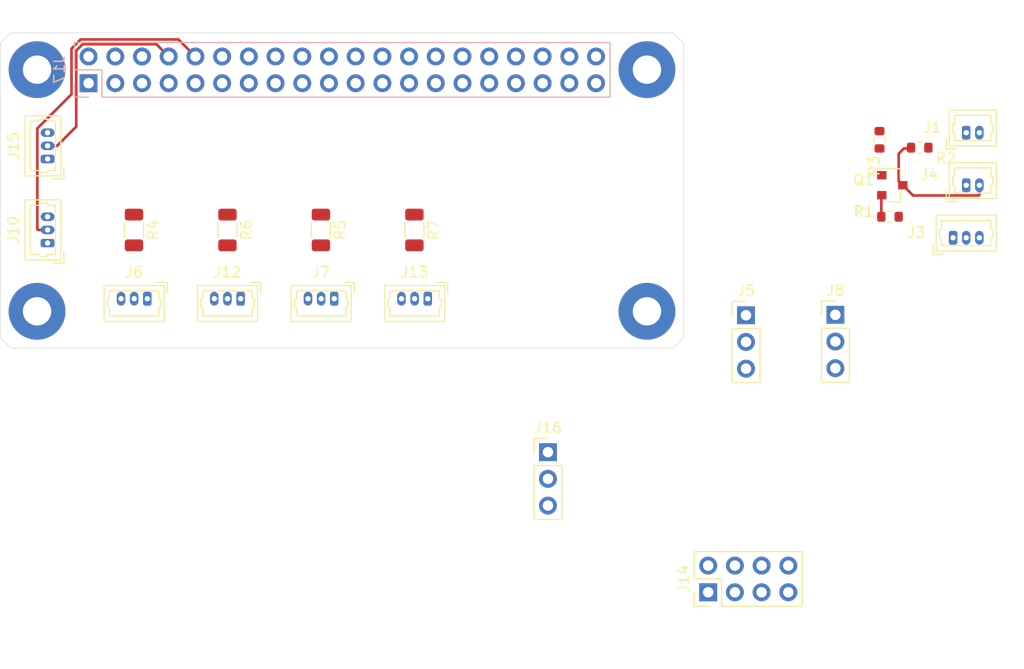
<source format=kicad_pcb>
(kicad_pcb (version 20171130) (host pcbnew 5.1.10-88a1d61d58~88~ubuntu20.04.1)

  (general
    (thickness 1.6)
    (drawings 8)
    (tracks 24)
    (zones 0)
    (modules 26)
    (nets 19)
  )

  (page A4)
  (layers
    (0 F.Cu signal)
    (31 B.Cu signal)
    (32 B.Adhes user)
    (33 F.Adhes user)
    (34 B.Paste user)
    (35 F.Paste user)
    (36 B.SilkS user)
    (37 F.SilkS user)
    (38 B.Mask user)
    (39 F.Mask user)
    (40 Dwgs.User user)
    (41 Cmts.User user)
    (42 Eco1.User user)
    (43 Eco2.User user)
    (44 Edge.Cuts user)
    (45 Margin user)
    (46 B.CrtYd user)
    (47 F.CrtYd user)
    (48 B.Fab user)
    (49 F.Fab user)
  )

  (setup
    (last_trace_width 0.25)
    (trace_clearance 0.2)
    (zone_clearance 0.508)
    (zone_45_only no)
    (trace_min 0.2)
    (via_size 0.8)
    (via_drill 0.4)
    (via_min_size 0.4)
    (via_min_drill 0.3)
    (uvia_size 0.3)
    (uvia_drill 0.1)
    (uvias_allowed no)
    (uvia_min_size 0.2)
    (uvia_min_drill 0.1)
    (edge_width 0.05)
    (segment_width 0.2)
    (pcb_text_width 0.3)
    (pcb_text_size 1.5 1.5)
    (mod_edge_width 0.12)
    (mod_text_size 1 1)
    (mod_text_width 0.15)
    (pad_size 1.524 1.524)
    (pad_drill 0.762)
    (pad_to_mask_clearance 0.051)
    (solder_mask_min_width 0.25)
    (aux_axis_origin 0 0)
    (visible_elements FFFFFF7F)
    (pcbplotparams
      (layerselection 0x010fc_ffffffff)
      (usegerberextensions false)
      (usegerberattributes false)
      (usegerberadvancedattributes false)
      (creategerberjobfile false)
      (excludeedgelayer true)
      (linewidth 0.100000)
      (plotframeref false)
      (viasonmask false)
      (mode 1)
      (useauxorigin false)
      (hpglpennumber 1)
      (hpglpenspeed 20)
      (hpglpendiameter 15.000000)
      (psnegative false)
      (psa4output false)
      (plotreference true)
      (plotvalue true)
      (plotinvisibletext false)
      (padsonsilk false)
      (subtractmaskfromsilk false)
      (outputformat 1)
      (mirror false)
      (drillshape 1)
      (scaleselection 1)
      (outputdirectory ""))
  )

  (net 0 "")
  (net 1 +5V)
  (net 2 GND)
  (net 3 +3V3)
  (net 4 /MUTE)
  (net 5 /UI_BUTTON)
  (net 6 "Net-(Q1-Pad2)")
  (net 7 /BUZZER)
  (net 8 "Net-(J4-Pad2)")
  (net 9 /LED0_SCK)
  (net 10 /LED0_SDO)
  (net 11 /PROX1_OUT)
  (net 12 /PROX3_OUT)
  (net 13 /LED1_SCK)
  (net 14 /LED1_SDO)
  (net 15 /EXP0)
  (net 16 /PROX2_OUT)
  (net 17 /EXP1)
  (net 18 /PROX0_OUT)

  (net_class Default "This is the default net class."
    (clearance 0.2)
    (trace_width 0.25)
    (via_dia 0.8)
    (via_drill 0.4)
    (uvia_dia 0.3)
    (uvia_drill 0.1)
    (add_net +3V3)
    (add_net +5V)
    (add_net /BUZZER)
    (add_net /EXP0)
    (add_net /EXP1)
    (add_net /LED0_SCK)
    (add_net /LED0_SDO)
    (add_net /LED1_SCK)
    (add_net /LED1_SDO)
    (add_net /MUTE)
    (add_net /PROX0_OUT)
    (add_net /PROX1_OUT)
    (add_net /PROX2_OUT)
    (add_net /PROX3_OUT)
    (add_net /UI_BUTTON)
    (add_net GND)
    (add_net "Net-(J17-Pad12)")
    (add_net "Net-(J17-Pad16)")
    (add_net "Net-(J17-Pad18)")
    (add_net "Net-(J17-Pad19)")
    (add_net "Net-(J17-Pad22)")
    (add_net "Net-(J17-Pad24)")
    (add_net "Net-(J17-Pad26)")
    (add_net "Net-(J17-Pad27)")
    (add_net "Net-(J17-Pad28)")
    (add_net "Net-(J17-Pad3)")
    (add_net "Net-(J17-Pad32)")
    (add_net "Net-(J17-Pad36)")
    (add_net "Net-(J17-Pad37)")
    (add_net "Net-(J17-Pad38)")
    (add_net "Net-(J17-Pad5)")
    (add_net "Net-(J4-Pad2)")
    (add_net "Net-(Q1-Pad2)")
  )

  (module Connector_Molex:Molex_PicoBlade_53047-0310_1x03_P1.25mm_Vertical (layer F.Cu) (tedit 5B783167) (tstamp 60974C9B)
    (at 133.985 114.3 180)
    (descr "Molex PicoBlade Connector System, 53047-0310, 3 Pins per row (http://www.molex.com/pdm_docs/sd/530470610_sd.pdf), generated with kicad-footprint-generator")
    (tags "connector Molex PicoBlade side entry")
    (path /609B81C5)
    (fp_text reference J6 (at 1.27 2.54) (layer F.SilkS)
      (effects (font (size 1 1) (thickness 0.15)))
    )
    (fp_text value 0530470310 (at 1.25 2.35) (layer F.Fab)
      (effects (font (size 1 1) (thickness 0.15)))
    )
    (fp_text user %R (at 1.25 -1.35) (layer F.Fab)
      (effects (font (size 1 1) (thickness 0.15)))
    )
    (fp_line (start -1.5 -2.05) (end -1.5 1.15) (layer F.Fab) (width 0.1))
    (fp_line (start -1.5 1.15) (end 4 1.15) (layer F.Fab) (width 0.1))
    (fp_line (start 4 1.15) (end 4 -2.05) (layer F.Fab) (width 0.1))
    (fp_line (start 4 -2.05) (end -1.5 -2.05) (layer F.Fab) (width 0.1))
    (fp_line (start -1.61 -2.16) (end -1.61 1.26) (layer F.SilkS) (width 0.12))
    (fp_line (start -1.61 1.26) (end 4.11 1.26) (layer F.SilkS) (width 0.12))
    (fp_line (start 4.11 1.26) (end 4.11 -2.16) (layer F.SilkS) (width 0.12))
    (fp_line (start 4.11 -2.16) (end -1.61 -2.16) (layer F.SilkS) (width 0.12))
    (fp_line (start 1.25 0.75) (end -1.1 0.75) (layer F.SilkS) (width 0.12))
    (fp_line (start -1.1 0.75) (end -1.1 0) (layer F.SilkS) (width 0.12))
    (fp_line (start -1.1 0) (end -1.3 0) (layer F.SilkS) (width 0.12))
    (fp_line (start -1.3 0) (end -1.3 -0.8) (layer F.SilkS) (width 0.12))
    (fp_line (start -1.3 -0.8) (end -1.1 -0.8) (layer F.SilkS) (width 0.12))
    (fp_line (start -1.1 -0.8) (end -1.1 -1.65) (layer F.SilkS) (width 0.12))
    (fp_line (start -1.1 -1.65) (end 1.25 -1.65) (layer F.SilkS) (width 0.12))
    (fp_line (start 1.25 0.75) (end 3.6 0.75) (layer F.SilkS) (width 0.12))
    (fp_line (start 3.6 0.75) (end 3.6 0) (layer F.SilkS) (width 0.12))
    (fp_line (start 3.6 0) (end 3.8 0) (layer F.SilkS) (width 0.12))
    (fp_line (start 3.8 0) (end 3.8 -0.8) (layer F.SilkS) (width 0.12))
    (fp_line (start 3.8 -0.8) (end 3.6 -0.8) (layer F.SilkS) (width 0.12))
    (fp_line (start 3.6 -0.8) (end 3.6 -1.65) (layer F.SilkS) (width 0.12))
    (fp_line (start 3.6 -1.65) (end 1.25 -1.65) (layer F.SilkS) (width 0.12))
    (fp_line (start -1.9 1.55) (end -1.9 0.55) (layer F.SilkS) (width 0.12))
    (fp_line (start -1.9 1.55) (end -0.9 1.55) (layer F.SilkS) (width 0.12))
    (fp_line (start -0.5 1.15) (end 0 0.442893) (layer F.Fab) (width 0.1))
    (fp_line (start 0 0.442893) (end 0.5 1.15) (layer F.Fab) (width 0.1))
    (fp_line (start -2 -2.55) (end -2 1.65) (layer F.CrtYd) (width 0.05))
    (fp_line (start -2 1.65) (end 4.5 1.65) (layer F.CrtYd) (width 0.05))
    (fp_line (start 4.5 1.65) (end 4.5 -2.55) (layer F.CrtYd) (width 0.05))
    (fp_line (start 4.5 -2.55) (end -2 -2.55) (layer F.CrtYd) (width 0.05))
    (pad 1 thru_hole roundrect (at 0 0 180) (size 0.8 1.3) (drill 0.5) (layers *.Cu *.Mask) (roundrect_rratio 0.25)
      (net 1 +5V))
    (pad 2 thru_hole oval (at 1.25 0 180) (size 0.8 1.3) (drill 0.5) (layers *.Cu *.Mask)
      (net 18 /PROX0_OUT))
    (pad 3 thru_hole oval (at 2.5 0 180) (size 0.8 1.3) (drill 0.5) (layers *.Cu *.Mask)
      (net 2 GND))
    (model ${KISYS3DMOD}/Connector_Molex.3dshapes/Molex_PicoBlade_53047-0310_1x03_P1.25mm_Vertical.wrl
      (at (xyz 0 0 0))
      (scale (xyz 1 1 1))
      (rotate (xyz 0 0 0))
    )
  )

  (module Connector_PinHeader_2.54mm:PinHeader_1x03_P2.54mm_Vertical (layer F.Cu) (tedit 59FED5CC) (tstamp 609723DA)
    (at 199.42 115.835)
    (descr "Through hole straight pin header, 1x03, 2.54mm pitch, single row")
    (tags "Through hole pin header THT 1x03 2.54mm single row")
    (path /60B6B1D7)
    (fp_text reference J8 (at 0 -2.33) (layer F.SilkS)
      (effects (font (size 1 1) (thickness 0.15)))
    )
    (fp_text value Conn_01x03_Male (at 0 7.41) (layer F.Fab)
      (effects (font (size 1 1) (thickness 0.15)))
    )
    (fp_text user %R (at 0 2.54 90) (layer F.Fab)
      (effects (font (size 1 1) (thickness 0.15)))
    )
    (fp_line (start -0.635 -1.27) (end 1.27 -1.27) (layer F.Fab) (width 0.1))
    (fp_line (start 1.27 -1.27) (end 1.27 6.35) (layer F.Fab) (width 0.1))
    (fp_line (start 1.27 6.35) (end -1.27 6.35) (layer F.Fab) (width 0.1))
    (fp_line (start -1.27 6.35) (end -1.27 -0.635) (layer F.Fab) (width 0.1))
    (fp_line (start -1.27 -0.635) (end -0.635 -1.27) (layer F.Fab) (width 0.1))
    (fp_line (start -1.33 6.41) (end 1.33 6.41) (layer F.SilkS) (width 0.12))
    (fp_line (start -1.33 1.27) (end -1.33 6.41) (layer F.SilkS) (width 0.12))
    (fp_line (start 1.33 1.27) (end 1.33 6.41) (layer F.SilkS) (width 0.12))
    (fp_line (start -1.33 1.27) (end 1.33 1.27) (layer F.SilkS) (width 0.12))
    (fp_line (start -1.33 0) (end -1.33 -1.33) (layer F.SilkS) (width 0.12))
    (fp_line (start -1.33 -1.33) (end 0 -1.33) (layer F.SilkS) (width 0.12))
    (fp_line (start -1.8 -1.8) (end -1.8 6.85) (layer F.CrtYd) (width 0.05))
    (fp_line (start -1.8 6.85) (end 1.8 6.85) (layer F.CrtYd) (width 0.05))
    (fp_line (start 1.8 6.85) (end 1.8 -1.8) (layer F.CrtYd) (width 0.05))
    (fp_line (start 1.8 -1.8) (end -1.8 -1.8) (layer F.CrtYd) (width 0.05))
    (pad 3 thru_hole oval (at 0 5.08) (size 1.7 1.7) (drill 1) (layers *.Cu *.Mask)
      (net 2 GND))
    (pad 2 thru_hole oval (at 0 2.54) (size 1.7 1.7) (drill 1) (layers *.Cu *.Mask)
      (net 13 /LED1_SCK))
    (pad 1 thru_hole rect (at 0 0) (size 1.7 1.7) (drill 1) (layers *.Cu *.Mask)
      (net 14 /LED1_SDO))
    (model ${KISYS3DMOD}/Connector_PinHeader_2.54mm.3dshapes/PinHeader_1x03_P2.54mm_Vertical.wrl
      (at (xyz 0 0 0))
      (scale (xyz 1 1 1))
      (rotate (xyz 0 0 0))
    )
  )

  (module Connector_PinHeader_2.54mm:PinHeader_1x03_P2.54mm_Vertical (layer F.Cu) (tedit 59FED5CC) (tstamp 60972376)
    (at 190.92 115.875)
    (descr "Through hole straight pin header, 1x03, 2.54mm pitch, single row")
    (tags "Through hole pin header THT 1x03 2.54mm single row")
    (path /60B6A7FA)
    (fp_text reference J5 (at 0 -2.33) (layer F.SilkS)
      (effects (font (size 1 1) (thickness 0.15)))
    )
    (fp_text value Conn_01x03_Male (at 0 7.41) (layer F.Fab)
      (effects (font (size 1 1) (thickness 0.15)))
    )
    (fp_text user %R (at 0 2.54 90) (layer F.Fab)
      (effects (font (size 1 1) (thickness 0.15)))
    )
    (fp_line (start -0.635 -1.27) (end 1.27 -1.27) (layer F.Fab) (width 0.1))
    (fp_line (start 1.27 -1.27) (end 1.27 6.35) (layer F.Fab) (width 0.1))
    (fp_line (start 1.27 6.35) (end -1.27 6.35) (layer F.Fab) (width 0.1))
    (fp_line (start -1.27 6.35) (end -1.27 -0.635) (layer F.Fab) (width 0.1))
    (fp_line (start -1.27 -0.635) (end -0.635 -1.27) (layer F.Fab) (width 0.1))
    (fp_line (start -1.33 6.41) (end 1.33 6.41) (layer F.SilkS) (width 0.12))
    (fp_line (start -1.33 1.27) (end -1.33 6.41) (layer F.SilkS) (width 0.12))
    (fp_line (start 1.33 1.27) (end 1.33 6.41) (layer F.SilkS) (width 0.12))
    (fp_line (start -1.33 1.27) (end 1.33 1.27) (layer F.SilkS) (width 0.12))
    (fp_line (start -1.33 0) (end -1.33 -1.33) (layer F.SilkS) (width 0.12))
    (fp_line (start -1.33 -1.33) (end 0 -1.33) (layer F.SilkS) (width 0.12))
    (fp_line (start -1.8 -1.8) (end -1.8 6.85) (layer F.CrtYd) (width 0.05))
    (fp_line (start -1.8 6.85) (end 1.8 6.85) (layer F.CrtYd) (width 0.05))
    (fp_line (start 1.8 6.85) (end 1.8 -1.8) (layer F.CrtYd) (width 0.05))
    (fp_line (start 1.8 -1.8) (end -1.8 -1.8) (layer F.CrtYd) (width 0.05))
    (pad 3 thru_hole oval (at 0 5.08) (size 1.7 1.7) (drill 1) (layers *.Cu *.Mask)
      (net 2 GND))
    (pad 2 thru_hole oval (at 0 2.54) (size 1.7 1.7) (drill 1) (layers *.Cu *.Mask)
      (net 9 /LED0_SCK))
    (pad 1 thru_hole rect (at 0 0) (size 1.7 1.7) (drill 1) (layers *.Cu *.Mask)
      (net 10 /LED0_SDO))
    (model ${KISYS3DMOD}/Connector_PinHeader_2.54mm.3dshapes/PinHeader_1x03_P2.54mm_Vertical.wrl
      (at (xyz 0 0 0))
      (scale (xyz 1 1 1))
      (rotate (xyz 0 0 0))
    )
  )

  (module Connector_PinSocket_2.54mm:PinSocket_2x20_P2.54mm_Vertical (layer B.Cu) (tedit 5A19A433) (tstamp 60973A28)
    (at 128.4 93.79 270)
    (descr "Through hole straight socket strip, 2x20, 2.54mm pitch, double cols (from Kicad 4.0.7), script generated")
    (tags "Through hole socket strip THT 2x20 2.54mm double row")
    (path /6085D968)
    (fp_text reference J17 (at -1.27 2.77 270) (layer B.SilkS)
      (effects (font (size 1 1) (thickness 0.15)) (justify mirror))
    )
    (fp_text value Raspberry_Pi_2_3 (at -1.27 -51.03 270) (layer B.Fab)
      (effects (font (size 1 1) (thickness 0.15)) (justify mirror))
    )
    (fp_line (start -4.34 -50) (end -4.34 1.8) (layer B.CrtYd) (width 0.05))
    (fp_line (start 1.76 -50) (end -4.34 -50) (layer B.CrtYd) (width 0.05))
    (fp_line (start 1.76 1.8) (end 1.76 -50) (layer B.CrtYd) (width 0.05))
    (fp_line (start -4.34 1.8) (end 1.76 1.8) (layer B.CrtYd) (width 0.05))
    (fp_line (start 0 1.33) (end 1.33 1.33) (layer B.SilkS) (width 0.12))
    (fp_line (start 1.33 1.33) (end 1.33 0) (layer B.SilkS) (width 0.12))
    (fp_line (start -1.27 1.33) (end -1.27 -1.27) (layer B.SilkS) (width 0.12))
    (fp_line (start -1.27 -1.27) (end 1.33 -1.27) (layer B.SilkS) (width 0.12))
    (fp_line (start 1.33 -1.27) (end 1.33 -49.59) (layer B.SilkS) (width 0.12))
    (fp_line (start -3.87 -49.59) (end 1.33 -49.59) (layer B.SilkS) (width 0.12))
    (fp_line (start -3.87 1.33) (end -3.87 -49.59) (layer B.SilkS) (width 0.12))
    (fp_line (start -3.87 1.33) (end -1.27 1.33) (layer B.SilkS) (width 0.12))
    (fp_line (start -3.81 -49.53) (end -3.81 1.27) (layer B.Fab) (width 0.1))
    (fp_line (start 1.27 -49.53) (end -3.81 -49.53) (layer B.Fab) (width 0.1))
    (fp_line (start 1.27 0.27) (end 1.27 -49.53) (layer B.Fab) (width 0.1))
    (fp_line (start 0.27 1.27) (end 1.27 0.27) (layer B.Fab) (width 0.1))
    (fp_line (start -3.81 1.27) (end 0.27 1.27) (layer B.Fab) (width 0.1))
    (fp_text user %R (at -1.27 -24.13) (layer B.Fab)
      (effects (font (size 1 1) (thickness 0.15)) (justify mirror))
    )
    (pad 40 thru_hole oval (at -2.54 -48.26 270) (size 1.7 1.7) (drill 1) (layers *.Cu *.Mask)
      (net 13 /LED1_SCK))
    (pad 39 thru_hole oval (at 0 -48.26 270) (size 1.7 1.7) (drill 1) (layers *.Cu *.Mask)
      (net 2 GND))
    (pad 38 thru_hole oval (at -2.54 -45.72 270) (size 1.7 1.7) (drill 1) (layers *.Cu *.Mask))
    (pad 37 thru_hole oval (at 0 -45.72 270) (size 1.7 1.7) (drill 1) (layers *.Cu *.Mask))
    (pad 36 thru_hole oval (at -2.54 -43.18 270) (size 1.7 1.7) (drill 1) (layers *.Cu *.Mask))
    (pad 35 thru_hole oval (at 0 -43.18 270) (size 1.7 1.7) (drill 1) (layers *.Cu *.Mask)
      (net 14 /LED1_SDO))
    (pad 34 thru_hole oval (at -2.54 -40.64 270) (size 1.7 1.7) (drill 1) (layers *.Cu *.Mask)
      (net 2 GND))
    (pad 33 thru_hole oval (at 0 -40.64 270) (size 1.7 1.7) (drill 1) (layers *.Cu *.Mask)
      (net 7 /BUZZER))
    (pad 32 thru_hole oval (at -2.54 -38.1 270) (size 1.7 1.7) (drill 1) (layers *.Cu *.Mask))
    (pad 31 thru_hole oval (at 0 -38.1 270) (size 1.7 1.7) (drill 1) (layers *.Cu *.Mask)
      (net 4 /MUTE))
    (pad 30 thru_hole oval (at -2.54 -35.56 270) (size 1.7 1.7) (drill 1) (layers *.Cu *.Mask)
      (net 2 GND))
    (pad 29 thru_hole oval (at 0 -35.56 270) (size 1.7 1.7) (drill 1) (layers *.Cu *.Mask)
      (net 5 /UI_BUTTON))
    (pad 28 thru_hole oval (at -2.54 -33.02 270) (size 1.7 1.7) (drill 1) (layers *.Cu *.Mask))
    (pad 27 thru_hole oval (at 0 -33.02 270) (size 1.7 1.7) (drill 1) (layers *.Cu *.Mask))
    (pad 26 thru_hole oval (at -2.54 -30.48 270) (size 1.7 1.7) (drill 1) (layers *.Cu *.Mask))
    (pad 25 thru_hole oval (at 0 -30.48 270) (size 1.7 1.7) (drill 1) (layers *.Cu *.Mask)
      (net 2 GND))
    (pad 24 thru_hole oval (at -2.54 -27.94 270) (size 1.7 1.7) (drill 1) (layers *.Cu *.Mask))
    (pad 23 thru_hole oval (at 0 -27.94 270) (size 1.7 1.7) (drill 1) (layers *.Cu *.Mask)
      (net 9 /LED0_SCK))
    (pad 22 thru_hole oval (at -2.54 -25.4 270) (size 1.7 1.7) (drill 1) (layers *.Cu *.Mask))
    (pad 21 thru_hole oval (at 0 -25.4 270) (size 1.7 1.7) (drill 1) (layers *.Cu *.Mask)
      (net 10 /LED0_SDO))
    (pad 20 thru_hole oval (at -2.54 -22.86 270) (size 1.7 1.7) (drill 1) (layers *.Cu *.Mask)
      (net 2 GND))
    (pad 19 thru_hole oval (at 0 -22.86 270) (size 1.7 1.7) (drill 1) (layers *.Cu *.Mask))
    (pad 18 thru_hole oval (at -2.54 -20.32 270) (size 1.7 1.7) (drill 1) (layers *.Cu *.Mask))
    (pad 17 thru_hole oval (at 0 -20.32 270) (size 1.7 1.7) (drill 1) (layers *.Cu *.Mask)
      (net 3 +3V3))
    (pad 16 thru_hole oval (at -2.54 -17.78 270) (size 1.7 1.7) (drill 1) (layers *.Cu *.Mask))
    (pad 15 thru_hole oval (at 0 -17.78 270) (size 1.7 1.7) (drill 1) (layers *.Cu *.Mask)
      (net 12 /PROX3_OUT))
    (pad 14 thru_hole oval (at -2.54 -15.24 270) (size 1.7 1.7) (drill 1) (layers *.Cu *.Mask)
      (net 2 GND))
    (pad 13 thru_hole oval (at 0 -15.24 270) (size 1.7 1.7) (drill 1) (layers *.Cu *.Mask)
      (net 16 /PROX2_OUT))
    (pad 12 thru_hole oval (at -2.54 -12.7 270) (size 1.7 1.7) (drill 1) (layers *.Cu *.Mask))
    (pad 11 thru_hole oval (at 0 -12.7 270) (size 1.7 1.7) (drill 1) (layers *.Cu *.Mask)
      (net 11 /PROX1_OUT))
    (pad 10 thru_hole oval (at -2.54 -10.16 270) (size 1.7 1.7) (drill 1) (layers *.Cu *.Mask)
      (net 15 /EXP0))
    (pad 9 thru_hole oval (at 0 -10.16 270) (size 1.7 1.7) (drill 1) (layers *.Cu *.Mask)
      (net 2 GND))
    (pad 8 thru_hole oval (at -2.54 -7.62 270) (size 1.7 1.7) (drill 1) (layers *.Cu *.Mask)
      (net 17 /EXP1))
    (pad 7 thru_hole oval (at 0 -7.62 270) (size 1.7 1.7) (drill 1) (layers *.Cu *.Mask)
      (net 18 /PROX0_OUT))
    (pad 6 thru_hole oval (at -2.54 -5.08 270) (size 1.7 1.7) (drill 1) (layers *.Cu *.Mask)
      (net 2 GND))
    (pad 5 thru_hole oval (at 0 -5.08 270) (size 1.7 1.7) (drill 1) (layers *.Cu *.Mask))
    (pad 4 thru_hole oval (at -2.54 -2.54 270) (size 1.7 1.7) (drill 1) (layers *.Cu *.Mask)
      (net 1 +5V))
    (pad 3 thru_hole oval (at 0 -2.54 270) (size 1.7 1.7) (drill 1) (layers *.Cu *.Mask))
    (pad 2 thru_hole oval (at -2.54 0 270) (size 1.7 1.7) (drill 1) (layers *.Cu *.Mask)
      (net 1 +5V))
    (pad 1 thru_hole rect (at 0 0 270) (size 1.7 1.7) (drill 1) (layers *.Cu *.Mask)
      (net 3 +3V3))
    (model ${KISYS3DMOD}/Connector_PinSocket_2.54mm.3dshapes/PinSocket_2x20_P2.54mm_Vertical.wrl
      (at (xyz 0 0 0))
      (scale (xyz 1 1 1))
      (rotate (xyz 0 0 0))
    )
  )

  (module Connector_PinHeader_2.54mm:PinHeader_1x03_P2.54mm_Vertical (layer F.Cu) (tedit 59FED5CC) (tstamp 609724F6)
    (at 172.085 128.905)
    (descr "Through hole straight pin header, 1x03, 2.54mm pitch, single row")
    (tags "Through hole pin header THT 1x03 2.54mm single row")
    (path /60B79955)
    (fp_text reference J16 (at 0 -2.33) (layer F.SilkS)
      (effects (font (size 1 1) (thickness 0.15)))
    )
    (fp_text value Conn_01x03_Male (at 0 7.41) (layer F.Fab)
      (effects (font (size 1 1) (thickness 0.15)))
    )
    (fp_line (start 1.8 -1.8) (end -1.8 -1.8) (layer F.CrtYd) (width 0.05))
    (fp_line (start 1.8 6.85) (end 1.8 -1.8) (layer F.CrtYd) (width 0.05))
    (fp_line (start -1.8 6.85) (end 1.8 6.85) (layer F.CrtYd) (width 0.05))
    (fp_line (start -1.8 -1.8) (end -1.8 6.85) (layer F.CrtYd) (width 0.05))
    (fp_line (start -1.33 -1.33) (end 0 -1.33) (layer F.SilkS) (width 0.12))
    (fp_line (start -1.33 0) (end -1.33 -1.33) (layer F.SilkS) (width 0.12))
    (fp_line (start -1.33 1.27) (end 1.33 1.27) (layer F.SilkS) (width 0.12))
    (fp_line (start 1.33 1.27) (end 1.33 6.41) (layer F.SilkS) (width 0.12))
    (fp_line (start -1.33 1.27) (end -1.33 6.41) (layer F.SilkS) (width 0.12))
    (fp_line (start -1.33 6.41) (end 1.33 6.41) (layer F.SilkS) (width 0.12))
    (fp_line (start -1.27 -0.635) (end -0.635 -1.27) (layer F.Fab) (width 0.1))
    (fp_line (start -1.27 6.35) (end -1.27 -0.635) (layer F.Fab) (width 0.1))
    (fp_line (start 1.27 6.35) (end -1.27 6.35) (layer F.Fab) (width 0.1))
    (fp_line (start 1.27 -1.27) (end 1.27 6.35) (layer F.Fab) (width 0.1))
    (fp_line (start -0.635 -1.27) (end 1.27 -1.27) (layer F.Fab) (width 0.1))
    (fp_text user %R (at 0 2.54 90) (layer F.Fab)
      (effects (font (size 1 1) (thickness 0.15)))
    )
    (pad 3 thru_hole oval (at 0 5.08) (size 1.7 1.7) (drill 1) (layers *.Cu *.Mask)
      (net 2 GND))
    (pad 2 thru_hole oval (at 0 2.54) (size 1.7 1.7) (drill 1) (layers *.Cu *.Mask)
      (net 5 /UI_BUTTON))
    (pad 1 thru_hole rect (at 0 0) (size 1.7 1.7) (drill 1) (layers *.Cu *.Mask)
      (net 4 /MUTE))
    (model ${KISYS3DMOD}/Connector_PinHeader_2.54mm.3dshapes/PinHeader_1x03_P2.54mm_Vertical.wrl
      (at (xyz 0 0 0))
      (scale (xyz 1 1 1))
      (rotate (xyz 0 0 0))
    )
  )

  (module Resistor_SMD:R_0603_1608Metric (layer F.Cu) (tedit 5F68FEEE) (tstamp 6097348C)
    (at 203.615 99.175 270)
    (descr "Resistor SMD 0603 (1608 Metric), square (rectangular) end terminal, IPC_7351 nominal, (Body size source: IPC-SM-782 page 72, https://www.pcb-3d.com/wordpress/wp-content/uploads/ipc-sm-782a_amendment_1_and_2.pdf), generated with kicad-footprint-generator")
    (tags resistor)
    (path /607FA998)
    (attr smd)
    (fp_text reference R3 (at 2.5 0.5 90) (layer F.SilkS)
      (effects (font (size 1 1) (thickness 0.15)))
    )
    (fp_text value 10k (at 0 1.43 90) (layer F.Fab)
      (effects (font (size 1 1) (thickness 0.15)))
    )
    (fp_line (start 1.48 0.73) (end -1.48 0.73) (layer F.CrtYd) (width 0.05))
    (fp_line (start 1.48 -0.73) (end 1.48 0.73) (layer F.CrtYd) (width 0.05))
    (fp_line (start -1.48 -0.73) (end 1.48 -0.73) (layer F.CrtYd) (width 0.05))
    (fp_line (start -1.48 0.73) (end -1.48 -0.73) (layer F.CrtYd) (width 0.05))
    (fp_line (start -0.237258 0.5225) (end 0.237258 0.5225) (layer F.SilkS) (width 0.12))
    (fp_line (start -0.237258 -0.5225) (end 0.237258 -0.5225) (layer F.SilkS) (width 0.12))
    (fp_line (start 0.8 0.4125) (end -0.8 0.4125) (layer F.Fab) (width 0.1))
    (fp_line (start 0.8 -0.4125) (end 0.8 0.4125) (layer F.Fab) (width 0.1))
    (fp_line (start -0.8 -0.4125) (end 0.8 -0.4125) (layer F.Fab) (width 0.1))
    (fp_line (start -0.8 0.4125) (end -0.8 -0.4125) (layer F.Fab) (width 0.1))
    (fp_text user %R (at 0 0 90) (layer F.Fab)
      (effects (font (size 0.4 0.4) (thickness 0.06)))
    )
    (pad 2 smd roundrect (at 0.825 0 270) (size 0.8 0.95) (layers F.Cu F.Paste F.Mask) (roundrect_rratio 0.25)
      (net 2 GND))
    (pad 1 smd roundrect (at -0.825 0 270) (size 0.8 0.95) (layers F.Cu F.Paste F.Mask) (roundrect_rratio 0.25)
      (net 5 /UI_BUTTON))
    (model ${KISYS3DMOD}/Resistor_SMD.3dshapes/R_0603_1608Metric.wrl
      (at (xyz 0 0 0))
      (scale (xyz 1 1 1))
      (rotate (xyz 0 0 0))
    )
  )

  (module Resistor_SMD:R_0603_1608Metric (layer F.Cu) (tedit 5F68FEEE) (tstamp 6097347B)
    (at 207.44 99.925 180)
    (descr "Resistor SMD 0603 (1608 Metric), square (rectangular) end terminal, IPC_7351 nominal, (Body size source: IPC-SM-782 page 72, https://www.pcb-3d.com/wordpress/wp-content/uploads/ipc-sm-782a_amendment_1_and_2.pdf), generated with kicad-footprint-generator")
    (tags resistor)
    (path /6066BE16)
    (attr smd)
    (fp_text reference R2 (at -2.5 -1) (layer F.SilkS)
      (effects (font (size 1 1) (thickness 0.15)))
    )
    (fp_text value 10k (at 0 1.43) (layer F.Fab)
      (effects (font (size 1 1) (thickness 0.15)))
    )
    (fp_line (start 1.48 0.73) (end -1.48 0.73) (layer F.CrtYd) (width 0.05))
    (fp_line (start 1.48 -0.73) (end 1.48 0.73) (layer F.CrtYd) (width 0.05))
    (fp_line (start -1.48 -0.73) (end 1.48 -0.73) (layer F.CrtYd) (width 0.05))
    (fp_line (start -1.48 0.73) (end -1.48 -0.73) (layer F.CrtYd) (width 0.05))
    (fp_line (start -0.237258 0.5225) (end 0.237258 0.5225) (layer F.SilkS) (width 0.12))
    (fp_line (start -0.237258 -0.5225) (end 0.237258 -0.5225) (layer F.SilkS) (width 0.12))
    (fp_line (start 0.8 0.4125) (end -0.8 0.4125) (layer F.Fab) (width 0.1))
    (fp_line (start 0.8 -0.4125) (end 0.8 0.4125) (layer F.Fab) (width 0.1))
    (fp_line (start -0.8 -0.4125) (end 0.8 -0.4125) (layer F.Fab) (width 0.1))
    (fp_line (start -0.8 0.4125) (end -0.8 -0.4125) (layer F.Fab) (width 0.1))
    (fp_text user %R (at 0 0) (layer F.Fab)
      (effects (font (size 0.4 0.4) (thickness 0.06)))
    )
    (pad 2 smd roundrect (at 0.825 0 180) (size 0.8 0.95) (layers F.Cu F.Paste F.Mask) (roundrect_rratio 0.25)
      (net 8 "Net-(J4-Pad2)"))
    (pad 1 smd roundrect (at -0.825 0 180) (size 0.8 0.95) (layers F.Cu F.Paste F.Mask) (roundrect_rratio 0.25)
      (net 1 +5V))
    (model ${KISYS3DMOD}/Resistor_SMD.3dshapes/R_0603_1608Metric.wrl
      (at (xyz 0 0 0))
      (scale (xyz 1 1 1))
      (rotate (xyz 0 0 0))
    )
  )

  (module Resistor_SMD:R_0603_1608Metric (layer F.Cu) (tedit 5F68FEEE) (tstamp 6097346A)
    (at 204.615 106.5 180)
    (descr "Resistor SMD 0603 (1608 Metric), square (rectangular) end terminal, IPC_7351 nominal, (Body size source: IPC-SM-782 page 72, https://www.pcb-3d.com/wordpress/wp-content/uploads/ipc-sm-782a_amendment_1_and_2.pdf), generated with kicad-footprint-generator")
    (tags resistor)
    (path /6066AF29)
    (attr smd)
    (fp_text reference R1 (at 2.5 0.5) (layer F.SilkS)
      (effects (font (size 1 1) (thickness 0.15)))
    )
    (fp_text value 510 (at 0 1.43) (layer F.Fab)
      (effects (font (size 1 1) (thickness 0.15)))
    )
    (fp_line (start 1.48 0.73) (end -1.48 0.73) (layer F.CrtYd) (width 0.05))
    (fp_line (start 1.48 -0.73) (end 1.48 0.73) (layer F.CrtYd) (width 0.05))
    (fp_line (start -1.48 -0.73) (end 1.48 -0.73) (layer F.CrtYd) (width 0.05))
    (fp_line (start -1.48 0.73) (end -1.48 -0.73) (layer F.CrtYd) (width 0.05))
    (fp_line (start -0.237258 0.5225) (end 0.237258 0.5225) (layer F.SilkS) (width 0.12))
    (fp_line (start -0.237258 -0.5225) (end 0.237258 -0.5225) (layer F.SilkS) (width 0.12))
    (fp_line (start 0.8 0.4125) (end -0.8 0.4125) (layer F.Fab) (width 0.1))
    (fp_line (start 0.8 -0.4125) (end 0.8 0.4125) (layer F.Fab) (width 0.1))
    (fp_line (start -0.8 -0.4125) (end 0.8 -0.4125) (layer F.Fab) (width 0.1))
    (fp_line (start -0.8 0.4125) (end -0.8 -0.4125) (layer F.Fab) (width 0.1))
    (fp_text user %R (at 0 0) (layer F.Fab)
      (effects (font (size 0.4 0.4) (thickness 0.06)))
    )
    (pad 2 smd roundrect (at 0.825 0 180) (size 0.8 0.95) (layers F.Cu F.Paste F.Mask) (roundrect_rratio 0.25)
      (net 6 "Net-(Q1-Pad2)"))
    (pad 1 smd roundrect (at -0.825 0 180) (size 0.8 0.95) (layers F.Cu F.Paste F.Mask) (roundrect_rratio 0.25)
      (net 7 /BUZZER))
    (model ${KISYS3DMOD}/Resistor_SMD.3dshapes/R_0603_1608Metric.wrl
      (at (xyz 0 0 0))
      (scale (xyz 1 1 1))
      (rotate (xyz 0 0 0))
    )
  )

  (module Package_TO_SOT_SMD:SOT-23 (layer F.Cu) (tedit 5A02FF57) (tstamp 60973459)
    (at 204.835 103.5)
    (descr "SOT-23, Standard")
    (tags SOT-23)
    (path /60642EC5)
    (attr smd)
    (fp_text reference Q1 (at -2.72 -0.5) (layer F.SilkS)
      (effects (font (size 1 1) (thickness 0.15)))
    )
    (fp_text value 2N3904 (at 0 2.5) (layer F.Fab)
      (effects (font (size 1 1) (thickness 0.15)))
    )
    (fp_line (start 0.76 1.58) (end -0.7 1.58) (layer F.SilkS) (width 0.12))
    (fp_line (start 0.76 -1.58) (end -1.4 -1.58) (layer F.SilkS) (width 0.12))
    (fp_line (start -1.7 1.75) (end -1.7 -1.75) (layer F.CrtYd) (width 0.05))
    (fp_line (start 1.7 1.75) (end -1.7 1.75) (layer F.CrtYd) (width 0.05))
    (fp_line (start 1.7 -1.75) (end 1.7 1.75) (layer F.CrtYd) (width 0.05))
    (fp_line (start -1.7 -1.75) (end 1.7 -1.75) (layer F.CrtYd) (width 0.05))
    (fp_line (start 0.76 -1.58) (end 0.76 -0.65) (layer F.SilkS) (width 0.12))
    (fp_line (start 0.76 1.58) (end 0.76 0.65) (layer F.SilkS) (width 0.12))
    (fp_line (start -0.7 1.52) (end 0.7 1.52) (layer F.Fab) (width 0.1))
    (fp_line (start 0.7 -1.52) (end 0.7 1.52) (layer F.Fab) (width 0.1))
    (fp_line (start -0.7 -0.95) (end -0.15 -1.52) (layer F.Fab) (width 0.1))
    (fp_line (start -0.15 -1.52) (end 0.7 -1.52) (layer F.Fab) (width 0.1))
    (fp_line (start -0.7 -0.95) (end -0.7 1.5) (layer F.Fab) (width 0.1))
    (fp_text user %R (at 0 0 90) (layer F.Fab)
      (effects (font (size 0.5 0.5) (thickness 0.075)))
    )
    (pad 3 smd rect (at 1 0) (size 0.9 0.8) (layers F.Cu F.Paste F.Mask)
      (net 8 "Net-(J4-Pad2)"))
    (pad 2 smd rect (at -1 0.95) (size 0.9 0.8) (layers F.Cu F.Paste F.Mask)
      (net 6 "Net-(Q1-Pad2)"))
    (pad 1 smd rect (at -1 -0.95) (size 0.9 0.8) (layers F.Cu F.Paste F.Mask)
      (net 2 GND))
    (model ${KISYS3DMOD}/Package_TO_SOT_SMD.3dshapes/SOT-23.wrl
      (at (xyz 0 0 0))
      (scale (xyz 1 1 1))
      (rotate (xyz 0 0 0))
    )
  )

  (module MountingHole:MountingHole_2.7mm_M2.5_Pad (layer F.Cu) (tedit 56D1B4CB) (tstamp 60973C7D)
    (at 123.5 92.5)
    (descr "Mounting Hole 2.7mm, M2.5")
    (tags "mounting hole 2.7mm m2.5")
    (path /60528D25)
    (attr virtual)
    (fp_text reference H2 (at 0 -3.7) (layer F.SilkS) hide
      (effects (font (size 1 1) (thickness 0.15)))
    )
    (fp_text value MountingHole (at 0 3.7) (layer F.Fab) hide
      (effects (font (size 1 1) (thickness 0.15)))
    )
    (fp_circle (center 0 0) (end 2.95 0) (layer F.CrtYd) (width 0.05))
    (fp_circle (center 0 0) (end 2.7 0) (layer Cmts.User) (width 0.15))
    (fp_text user %R (at 0.3 0) (layer F.Fab) hide
      (effects (font (size 1 1) (thickness 0.15)))
    )
    (pad 1 thru_hole circle (at 0 0) (size 5.4 5.4) (drill 2.7) (layers *.Cu *.Mask))
  )

  (module MountingHole:MountingHole_2.7mm_M2.5_Pad (layer F.Cu) (tedit 56D1B4CB) (tstamp 60972F6C)
    (at 181.5 115.5)
    (descr "Mounting Hole 2.7mm, M2.5")
    (tags "mounting hole 2.7mm m2.5")
    (path /6052873A)
    (attr virtual)
    (fp_text reference H1 (at 0 -3.7) (layer F.SilkS) hide
      (effects (font (size 1 1) (thickness 0.15)))
    )
    (fp_text value MountingHole (at 0 3.7) (layer F.Fab) hide
      (effects (font (size 1 1) (thickness 0.15)))
    )
    (fp_circle (center 0 0) (end 2.95 0) (layer F.CrtYd) (width 0.05))
    (fp_circle (center 0 0) (end 2.7 0) (layer Cmts.User) (width 0.15))
    (fp_text user %R (at 0.3 0) (layer F.Fab) hide
      (effects (font (size 1 1) (thickness 0.15)))
    )
    (pad 1 thru_hole circle (at 0 0) (size 5.4 5.4) (drill 2.7) (layers *.Cu *.Mask))
  )

  (module Resistor_SMD:R_1206_3216Metric (layer F.Cu) (tedit 5F68FEEE) (tstamp 609875CF)
    (at 159.385 107.7575 270)
    (descr "Resistor SMD 1206 (3216 Metric), square (rectangular) end terminal, IPC_7351 nominal, (Body size source: IPC-SM-782 page 72, https://www.pcb-3d.com/wordpress/wp-content/uploads/ipc-sm-782a_amendment_1_and_2.pdf), generated with kicad-footprint-generator")
    (tags resistor)
    (path /60A91844)
    (attr smd)
    (fp_text reference R7 (at 0 -1.82 90) (layer F.SilkS)
      (effects (font (size 1 1) (thickness 0.15)))
    )
    (fp_text value 15k (at 0 1.82 90) (layer F.Fab)
      (effects (font (size 1 1) (thickness 0.15)))
    )
    (fp_line (start 2.28 1.12) (end -2.28 1.12) (layer F.CrtYd) (width 0.05))
    (fp_line (start 2.28 -1.12) (end 2.28 1.12) (layer F.CrtYd) (width 0.05))
    (fp_line (start -2.28 -1.12) (end 2.28 -1.12) (layer F.CrtYd) (width 0.05))
    (fp_line (start -2.28 1.12) (end -2.28 -1.12) (layer F.CrtYd) (width 0.05))
    (fp_line (start -0.727064 0.91) (end 0.727064 0.91) (layer F.SilkS) (width 0.12))
    (fp_line (start -0.727064 -0.91) (end 0.727064 -0.91) (layer F.SilkS) (width 0.12))
    (fp_line (start 1.6 0.8) (end -1.6 0.8) (layer F.Fab) (width 0.1))
    (fp_line (start 1.6 -0.8) (end 1.6 0.8) (layer F.Fab) (width 0.1))
    (fp_line (start -1.6 -0.8) (end 1.6 -0.8) (layer F.Fab) (width 0.1))
    (fp_line (start -1.6 0.8) (end -1.6 -0.8) (layer F.Fab) (width 0.1))
    (fp_text user %R (at 0 0 90) (layer F.Fab)
      (effects (font (size 0.8 0.8) (thickness 0.12)))
    )
    (pad 2 smd roundrect (at 1.4625 0 270) (size 1.125 1.75) (layers F.Cu F.Paste F.Mask) (roundrect_rratio 0.222222)
      (net 12 /PROX3_OUT))
    (pad 1 smd roundrect (at -1.4625 0 270) (size 1.125 1.75) (layers F.Cu F.Paste F.Mask) (roundrect_rratio 0.222222)
      (net 3 +3V3))
    (model ${KISYS3DMOD}/Resistor_SMD.3dshapes/R_1206_3216Metric.wrl
      (at (xyz 0 0 0))
      (scale (xyz 1 1 1))
      (rotate (xyz 0 0 0))
    )
  )

  (module Resistor_SMD:R_1206_3216Metric (layer F.Cu) (tedit 5F68FEEE) (tstamp 609725EF)
    (at 141.605 107.7575 270)
    (descr "Resistor SMD 1206 (3216 Metric), square (rectangular) end terminal, IPC_7351 nominal, (Body size source: IPC-SM-782 page 72, https://www.pcb-3d.com/wordpress/wp-content/uploads/ipc-sm-782a_amendment_1_and_2.pdf), generated with kicad-footprint-generator")
    (tags resistor)
    (path /60A9236B)
    (attr smd)
    (fp_text reference R6 (at 0 -1.82 90) (layer F.SilkS)
      (effects (font (size 1 1) (thickness 0.15)))
    )
    (fp_text value 15k (at 0 1.82 90) (layer F.Fab)
      (effects (font (size 1 1) (thickness 0.15)))
    )
    (fp_line (start 2.28 1.12) (end -2.28 1.12) (layer F.CrtYd) (width 0.05))
    (fp_line (start 2.28 -1.12) (end 2.28 1.12) (layer F.CrtYd) (width 0.05))
    (fp_line (start -2.28 -1.12) (end 2.28 -1.12) (layer F.CrtYd) (width 0.05))
    (fp_line (start -2.28 1.12) (end -2.28 -1.12) (layer F.CrtYd) (width 0.05))
    (fp_line (start -0.727064 0.91) (end 0.727064 0.91) (layer F.SilkS) (width 0.12))
    (fp_line (start -0.727064 -0.91) (end 0.727064 -0.91) (layer F.SilkS) (width 0.12))
    (fp_line (start 1.6 0.8) (end -1.6 0.8) (layer F.Fab) (width 0.1))
    (fp_line (start 1.6 -0.8) (end 1.6 0.8) (layer F.Fab) (width 0.1))
    (fp_line (start -1.6 -0.8) (end 1.6 -0.8) (layer F.Fab) (width 0.1))
    (fp_line (start -1.6 0.8) (end -1.6 -0.8) (layer F.Fab) (width 0.1))
    (fp_text user %R (at 0 0 90) (layer F.Fab)
      (effects (font (size 0.8 0.8) (thickness 0.12)))
    )
    (pad 2 smd roundrect (at 1.4625 0 270) (size 1.125 1.75) (layers F.Cu F.Paste F.Mask) (roundrect_rratio 0.222222)
      (net 11 /PROX1_OUT))
    (pad 1 smd roundrect (at -1.4625 0 270) (size 1.125 1.75) (layers F.Cu F.Paste F.Mask) (roundrect_rratio 0.222222)
      (net 3 +3V3))
    (model ${KISYS3DMOD}/Resistor_SMD.3dshapes/R_1206_3216Metric.wrl
      (at (xyz 0 0 0))
      (scale (xyz 1 1 1))
      (rotate (xyz 0 0 0))
    )
  )

  (module Resistor_SMD:R_1206_3216Metric (layer F.Cu) (tedit 5F68FEEE) (tstamp 6098852F)
    (at 150.495 107.7575 270)
    (descr "Resistor SMD 1206 (3216 Metric), square (rectangular) end terminal, IPC_7351 nominal, (Body size source: IPC-SM-782 page 72, https://www.pcb-3d.com/wordpress/wp-content/uploads/ipc-sm-782a_amendment_1_and_2.pdf), generated with kicad-footprint-generator")
    (tags resistor)
    (path /60A90D0A)
    (attr smd)
    (fp_text reference R5 (at 0 -1.82 90) (layer F.SilkS)
      (effects (font (size 1 1) (thickness 0.15)))
    )
    (fp_text value 15k (at 0 1.82 90) (layer F.Fab)
      (effects (font (size 1 1) (thickness 0.15)))
    )
    (fp_line (start 2.28 1.12) (end -2.28 1.12) (layer F.CrtYd) (width 0.05))
    (fp_line (start 2.28 -1.12) (end 2.28 1.12) (layer F.CrtYd) (width 0.05))
    (fp_line (start -2.28 -1.12) (end 2.28 -1.12) (layer F.CrtYd) (width 0.05))
    (fp_line (start -2.28 1.12) (end -2.28 -1.12) (layer F.CrtYd) (width 0.05))
    (fp_line (start -0.727064 0.91) (end 0.727064 0.91) (layer F.SilkS) (width 0.12))
    (fp_line (start -0.727064 -0.91) (end 0.727064 -0.91) (layer F.SilkS) (width 0.12))
    (fp_line (start 1.6 0.8) (end -1.6 0.8) (layer F.Fab) (width 0.1))
    (fp_line (start 1.6 -0.8) (end 1.6 0.8) (layer F.Fab) (width 0.1))
    (fp_line (start -1.6 -0.8) (end 1.6 -0.8) (layer F.Fab) (width 0.1))
    (fp_line (start -1.6 0.8) (end -1.6 -0.8) (layer F.Fab) (width 0.1))
    (fp_text user %R (at 0 0 90) (layer F.Fab)
      (effects (font (size 0.8 0.8) (thickness 0.12)))
    )
    (pad 2 smd roundrect (at 1.4625 0 270) (size 1.125 1.75) (layers F.Cu F.Paste F.Mask) (roundrect_rratio 0.222222)
      (net 16 /PROX2_OUT))
    (pad 1 smd roundrect (at -1.4625 0 270) (size 1.125 1.75) (layers F.Cu F.Paste F.Mask) (roundrect_rratio 0.222222)
      (net 3 +3V3))
    (model ${KISYS3DMOD}/Resistor_SMD.3dshapes/R_1206_3216Metric.wrl
      (at (xyz 0 0 0))
      (scale (xyz 1 1 1))
      (rotate (xyz 0 0 0))
    )
  )

  (module Resistor_SMD:R_1206_3216Metric (layer F.Cu) (tedit 5F68FEEE) (tstamp 6098869E)
    (at 132.715 107.7575 270)
    (descr "Resistor SMD 1206 (3216 Metric), square (rectangular) end terminal, IPC_7351 nominal, (Body size source: IPC-SM-782 page 72, https://www.pcb-3d.com/wordpress/wp-content/uploads/ipc-sm-782a_amendment_1_and_2.pdf), generated with kicad-footprint-generator")
    (tags resistor)
    (path /60A92934)
    (attr smd)
    (fp_text reference R4 (at 0 -1.82 90) (layer F.SilkS)
      (effects (font (size 1 1) (thickness 0.15)))
    )
    (fp_text value 15k (at 0 1.82 90) (layer F.Fab)
      (effects (font (size 1 1) (thickness 0.15)))
    )
    (fp_line (start 2.28 1.12) (end -2.28 1.12) (layer F.CrtYd) (width 0.05))
    (fp_line (start 2.28 -1.12) (end 2.28 1.12) (layer F.CrtYd) (width 0.05))
    (fp_line (start -2.28 -1.12) (end 2.28 -1.12) (layer F.CrtYd) (width 0.05))
    (fp_line (start -2.28 1.12) (end -2.28 -1.12) (layer F.CrtYd) (width 0.05))
    (fp_line (start -0.727064 0.91) (end 0.727064 0.91) (layer F.SilkS) (width 0.12))
    (fp_line (start -0.727064 -0.91) (end 0.727064 -0.91) (layer F.SilkS) (width 0.12))
    (fp_line (start 1.6 0.8) (end -1.6 0.8) (layer F.Fab) (width 0.1))
    (fp_line (start 1.6 -0.8) (end 1.6 0.8) (layer F.Fab) (width 0.1))
    (fp_line (start -1.6 -0.8) (end 1.6 -0.8) (layer F.Fab) (width 0.1))
    (fp_line (start -1.6 0.8) (end -1.6 -0.8) (layer F.Fab) (width 0.1))
    (fp_text user %R (at 0 0 90) (layer F.Fab)
      (effects (font (size 0.8 0.8) (thickness 0.12)))
    )
    (pad 2 smd roundrect (at 1.4625 0 270) (size 1.125 1.75) (layers F.Cu F.Paste F.Mask) (roundrect_rratio 0.222222)
      (net 18 /PROX0_OUT))
    (pad 1 smd roundrect (at -1.4625 0 270) (size 1.125 1.75) (layers F.Cu F.Paste F.Mask) (roundrect_rratio 0.222222)
      (net 3 +3V3))
    (model ${KISYS3DMOD}/Resistor_SMD.3dshapes/R_1206_3216Metric.wrl
      (at (xyz 0 0 0))
      (scale (xyz 1 1 1))
      (rotate (xyz 0 0 0))
    )
  )

  (module Connector_Molex:Molex_PicoBlade_53047-0310_1x03_P1.25mm_Vertical (layer F.Cu) (tedit 5B783167) (tstamp 609724DE)
    (at 124.5 101 90)
    (descr "Molex PicoBlade Connector System, 53047-0310, 3 Pins per row (http://www.molex.com/pdm_docs/sd/530470610_sd.pdf), generated with kicad-footprint-generator")
    (tags "connector Molex PicoBlade side entry")
    (path /60986F91)
    (fp_text reference J15 (at 1.25 -3.25 90) (layer F.SilkS)
      (effects (font (size 1 1) (thickness 0.15)))
    )
    (fp_text value 0530470310 (at 1.25 2.35 90) (layer F.Fab)
      (effects (font (size 1 1) (thickness 0.15)))
    )
    (fp_line (start 4.5 -2.55) (end -2 -2.55) (layer F.CrtYd) (width 0.05))
    (fp_line (start 4.5 1.65) (end 4.5 -2.55) (layer F.CrtYd) (width 0.05))
    (fp_line (start -2 1.65) (end 4.5 1.65) (layer F.CrtYd) (width 0.05))
    (fp_line (start -2 -2.55) (end -2 1.65) (layer F.CrtYd) (width 0.05))
    (fp_line (start 0 0.442893) (end 0.5 1.15) (layer F.Fab) (width 0.1))
    (fp_line (start -0.5 1.15) (end 0 0.442893) (layer F.Fab) (width 0.1))
    (fp_line (start -1.9 1.55) (end -0.9 1.55) (layer F.SilkS) (width 0.12))
    (fp_line (start -1.9 1.55) (end -1.9 0.55) (layer F.SilkS) (width 0.12))
    (fp_line (start 3.6 -1.65) (end 1.25 -1.65) (layer F.SilkS) (width 0.12))
    (fp_line (start 3.6 -0.8) (end 3.6 -1.65) (layer F.SilkS) (width 0.12))
    (fp_line (start 3.8 -0.8) (end 3.6 -0.8) (layer F.SilkS) (width 0.12))
    (fp_line (start 3.8 0) (end 3.8 -0.8) (layer F.SilkS) (width 0.12))
    (fp_line (start 3.6 0) (end 3.8 0) (layer F.SilkS) (width 0.12))
    (fp_line (start 3.6 0.75) (end 3.6 0) (layer F.SilkS) (width 0.12))
    (fp_line (start 1.25 0.75) (end 3.6 0.75) (layer F.SilkS) (width 0.12))
    (fp_line (start -1.1 -1.65) (end 1.25 -1.65) (layer F.SilkS) (width 0.12))
    (fp_line (start -1.1 -0.8) (end -1.1 -1.65) (layer F.SilkS) (width 0.12))
    (fp_line (start -1.3 -0.8) (end -1.1 -0.8) (layer F.SilkS) (width 0.12))
    (fp_line (start -1.3 0) (end -1.3 -0.8) (layer F.SilkS) (width 0.12))
    (fp_line (start -1.1 0) (end -1.3 0) (layer F.SilkS) (width 0.12))
    (fp_line (start -1.1 0.75) (end -1.1 0) (layer F.SilkS) (width 0.12))
    (fp_line (start 1.25 0.75) (end -1.1 0.75) (layer F.SilkS) (width 0.12))
    (fp_line (start 4.11 -2.16) (end -1.61 -2.16) (layer F.SilkS) (width 0.12))
    (fp_line (start 4.11 1.26) (end 4.11 -2.16) (layer F.SilkS) (width 0.12))
    (fp_line (start -1.61 1.26) (end 4.11 1.26) (layer F.SilkS) (width 0.12))
    (fp_line (start -1.61 -2.16) (end -1.61 1.26) (layer F.SilkS) (width 0.12))
    (fp_line (start 4 -2.05) (end -1.5 -2.05) (layer F.Fab) (width 0.1))
    (fp_line (start 4 1.15) (end 4 -2.05) (layer F.Fab) (width 0.1))
    (fp_line (start -1.5 1.15) (end 4 1.15) (layer F.Fab) (width 0.1))
    (fp_line (start -1.5 -2.05) (end -1.5 1.15) (layer F.Fab) (width 0.1))
    (fp_text user %R (at 1.25 -1.35 90) (layer F.Fab)
      (effects (font (size 1 1) (thickness 0.15)))
    )
    (pad 3 thru_hole oval (at 2.5 0 90) (size 0.8 1.3) (drill 0.5) (layers *.Cu *.Mask)
      (net 2 GND))
    (pad 2 thru_hole oval (at 1.25 0 90) (size 0.8 1.3) (drill 0.5) (layers *.Cu *.Mask)
      (net 17 /EXP1))
    (pad 1 thru_hole roundrect (at 0 0 90) (size 0.8 1.3) (drill 0.5) (layers *.Cu *.Mask) (roundrect_rratio 0.25)
      (net 3 +3V3))
    (model ${KISYS3DMOD}/Connector_Molex.3dshapes/Molex_PicoBlade_53047-0310_1x03_P1.25mm_Vertical.wrl
      (at (xyz 0 0 0))
      (scale (xyz 1 1 1))
      (rotate (xyz 0 0 0))
    )
  )

  (module Connector_PinHeader_2.54mm:PinHeader_2x04_P2.54mm_Vertical (layer F.Cu) (tedit 59FED5CC) (tstamp 609724B8)
    (at 187.325 142.24 90)
    (descr "Through hole straight pin header, 2x04, 2.54mm pitch, double rows")
    (tags "Through hole pin header THT 2x04 2.54mm double row")
    (path /60B4A88C)
    (fp_text reference J14 (at 1.27 -2.33 90) (layer F.SilkS)
      (effects (font (size 1 1) (thickness 0.15)))
    )
    (fp_text value Conn_02x04_Odd_Even (at 1.27 9.95 90) (layer F.Fab)
      (effects (font (size 1 1) (thickness 0.15)))
    )
    (fp_line (start 4.35 -1.8) (end -1.8 -1.8) (layer F.CrtYd) (width 0.05))
    (fp_line (start 4.35 9.4) (end 4.35 -1.8) (layer F.CrtYd) (width 0.05))
    (fp_line (start -1.8 9.4) (end 4.35 9.4) (layer F.CrtYd) (width 0.05))
    (fp_line (start -1.8 -1.8) (end -1.8 9.4) (layer F.CrtYd) (width 0.05))
    (fp_line (start -1.33 -1.33) (end 0 -1.33) (layer F.SilkS) (width 0.12))
    (fp_line (start -1.33 0) (end -1.33 -1.33) (layer F.SilkS) (width 0.12))
    (fp_line (start 1.27 -1.33) (end 3.87 -1.33) (layer F.SilkS) (width 0.12))
    (fp_line (start 1.27 1.27) (end 1.27 -1.33) (layer F.SilkS) (width 0.12))
    (fp_line (start -1.33 1.27) (end 1.27 1.27) (layer F.SilkS) (width 0.12))
    (fp_line (start 3.87 -1.33) (end 3.87 8.95) (layer F.SilkS) (width 0.12))
    (fp_line (start -1.33 1.27) (end -1.33 8.95) (layer F.SilkS) (width 0.12))
    (fp_line (start -1.33 8.95) (end 3.87 8.95) (layer F.SilkS) (width 0.12))
    (fp_line (start -1.27 0) (end 0 -1.27) (layer F.Fab) (width 0.1))
    (fp_line (start -1.27 8.89) (end -1.27 0) (layer F.Fab) (width 0.1))
    (fp_line (start 3.81 8.89) (end -1.27 8.89) (layer F.Fab) (width 0.1))
    (fp_line (start 3.81 -1.27) (end 3.81 8.89) (layer F.Fab) (width 0.1))
    (fp_line (start 0 -1.27) (end 3.81 -1.27) (layer F.Fab) (width 0.1))
    (fp_text user %R (at 1.27 3.81) (layer F.Fab)
      (effects (font (size 1 1) (thickness 0.15)))
    )
    (pad 8 thru_hole oval (at 2.54 7.62 90) (size 1.7 1.7) (drill 1) (layers *.Cu *.Mask)
      (net 2 GND))
    (pad 7 thru_hole oval (at 0 7.62 90) (size 1.7 1.7) (drill 1) (layers *.Cu *.Mask)
      (net 12 /PROX3_OUT))
    (pad 6 thru_hole oval (at 2.54 5.08 90) (size 1.7 1.7) (drill 1) (layers *.Cu *.Mask)
      (net 2 GND))
    (pad 5 thru_hole oval (at 0 5.08 90) (size 1.7 1.7) (drill 1) (layers *.Cu *.Mask)
      (net 16 /PROX2_OUT))
    (pad 4 thru_hole oval (at 2.54 2.54 90) (size 1.7 1.7) (drill 1) (layers *.Cu *.Mask)
      (net 2 GND))
    (pad 3 thru_hole oval (at 0 2.54 90) (size 1.7 1.7) (drill 1) (layers *.Cu *.Mask)
      (net 11 /PROX1_OUT))
    (pad 2 thru_hole oval (at 2.54 0 90) (size 1.7 1.7) (drill 1) (layers *.Cu *.Mask)
      (net 2 GND))
    (pad 1 thru_hole rect (at 0 0 90) (size 1.7 1.7) (drill 1) (layers *.Cu *.Mask)
      (net 18 /PROX0_OUT))
    (model ${KISYS3DMOD}/Connector_PinHeader_2.54mm.3dshapes/PinHeader_2x04_P2.54mm_Vertical.wrl
      (at (xyz 0 0 0))
      (scale (xyz 1 1 1))
      (rotate (xyz 0 0 0))
    )
  )

  (module Connector_Molex:Molex_PicoBlade_53047-0310_1x03_P1.25mm_Vertical (layer F.Cu) (tedit 5B783167) (tstamp 6097249A)
    (at 160.655 114.3 180)
    (descr "Molex PicoBlade Connector System, 53047-0310, 3 Pins per row (http://www.molex.com/pdm_docs/sd/530470610_sd.pdf), generated with kicad-footprint-generator")
    (tags "connector Molex PicoBlade side entry")
    (path /609E5577)
    (fp_text reference J13 (at 1.27 2.54) (layer F.SilkS)
      (effects (font (size 1 1) (thickness 0.15)))
    )
    (fp_text value 0530470310 (at 1.25 2.35) (layer F.Fab)
      (effects (font (size 1 1) (thickness 0.15)))
    )
    (fp_line (start 4.5 -2.55) (end -2 -2.55) (layer F.CrtYd) (width 0.05))
    (fp_line (start 4.5 1.65) (end 4.5 -2.55) (layer F.CrtYd) (width 0.05))
    (fp_line (start -2 1.65) (end 4.5 1.65) (layer F.CrtYd) (width 0.05))
    (fp_line (start -2 -2.55) (end -2 1.65) (layer F.CrtYd) (width 0.05))
    (fp_line (start 0 0.442893) (end 0.5 1.15) (layer F.Fab) (width 0.1))
    (fp_line (start -0.5 1.15) (end 0 0.442893) (layer F.Fab) (width 0.1))
    (fp_line (start -1.9 1.55) (end -0.9 1.55) (layer F.SilkS) (width 0.12))
    (fp_line (start -1.9 1.55) (end -1.9 0.55) (layer F.SilkS) (width 0.12))
    (fp_line (start 3.6 -1.65) (end 1.25 -1.65) (layer F.SilkS) (width 0.12))
    (fp_line (start 3.6 -0.8) (end 3.6 -1.65) (layer F.SilkS) (width 0.12))
    (fp_line (start 3.8 -0.8) (end 3.6 -0.8) (layer F.SilkS) (width 0.12))
    (fp_line (start 3.8 0) (end 3.8 -0.8) (layer F.SilkS) (width 0.12))
    (fp_line (start 3.6 0) (end 3.8 0) (layer F.SilkS) (width 0.12))
    (fp_line (start 3.6 0.75) (end 3.6 0) (layer F.SilkS) (width 0.12))
    (fp_line (start 1.25 0.75) (end 3.6 0.75) (layer F.SilkS) (width 0.12))
    (fp_line (start -1.1 -1.65) (end 1.25 -1.65) (layer F.SilkS) (width 0.12))
    (fp_line (start -1.1 -0.8) (end -1.1 -1.65) (layer F.SilkS) (width 0.12))
    (fp_line (start -1.3 -0.8) (end -1.1 -0.8) (layer F.SilkS) (width 0.12))
    (fp_line (start -1.3 0) (end -1.3 -0.8) (layer F.SilkS) (width 0.12))
    (fp_line (start -1.1 0) (end -1.3 0) (layer F.SilkS) (width 0.12))
    (fp_line (start -1.1 0.75) (end -1.1 0) (layer F.SilkS) (width 0.12))
    (fp_line (start 1.25 0.75) (end -1.1 0.75) (layer F.SilkS) (width 0.12))
    (fp_line (start 4.11 -2.16) (end -1.61 -2.16) (layer F.SilkS) (width 0.12))
    (fp_line (start 4.11 1.26) (end 4.11 -2.16) (layer F.SilkS) (width 0.12))
    (fp_line (start -1.61 1.26) (end 4.11 1.26) (layer F.SilkS) (width 0.12))
    (fp_line (start -1.61 -2.16) (end -1.61 1.26) (layer F.SilkS) (width 0.12))
    (fp_line (start 4 -2.05) (end -1.5 -2.05) (layer F.Fab) (width 0.1))
    (fp_line (start 4 1.15) (end 4 -2.05) (layer F.Fab) (width 0.1))
    (fp_line (start -1.5 1.15) (end 4 1.15) (layer F.Fab) (width 0.1))
    (fp_line (start -1.5 -2.05) (end -1.5 1.15) (layer F.Fab) (width 0.1))
    (fp_text user %R (at 1.25 -1.35) (layer F.Fab)
      (effects (font (size 1 1) (thickness 0.15)))
    )
    (pad 3 thru_hole oval (at 2.5 0 180) (size 0.8 1.3) (drill 0.5) (layers *.Cu *.Mask)
      (net 2 GND))
    (pad 2 thru_hole oval (at 1.25 0 180) (size 0.8 1.3) (drill 0.5) (layers *.Cu *.Mask)
      (net 12 /PROX3_OUT))
    (pad 1 thru_hole roundrect (at 0 0 180) (size 0.8 1.3) (drill 0.5) (layers *.Cu *.Mask) (roundrect_rratio 0.25)
      (net 1 +5V))
    (model ${KISYS3DMOD}/Connector_Molex.3dshapes/Molex_PicoBlade_53047-0310_1x03_P1.25mm_Vertical.wrl
      (at (xyz 0 0 0))
      (scale (xyz 1 1 1))
      (rotate (xyz 0 0 0))
    )
  )

  (module Connector_Molex:Molex_PicoBlade_53047-0310_1x03_P1.25mm_Vertical (layer F.Cu) (tedit 5B783167) (tstamp 60972474)
    (at 142.855 114.3 180)
    (descr "Molex PicoBlade Connector System, 53047-0310, 3 Pins per row (http://www.molex.com/pdm_docs/sd/530470610_sd.pdf), generated with kicad-footprint-generator")
    (tags "connector Molex PicoBlade side entry")
    (path /609CFD31)
    (fp_text reference J12 (at 1.27 2.54) (layer F.SilkS)
      (effects (font (size 1 1) (thickness 0.15)))
    )
    (fp_text value 0530470310 (at 1.25 2.35) (layer F.Fab)
      (effects (font (size 1 1) (thickness 0.15)))
    )
    (fp_line (start 4.5 -2.55) (end -2 -2.55) (layer F.CrtYd) (width 0.05))
    (fp_line (start 4.5 1.65) (end 4.5 -2.55) (layer F.CrtYd) (width 0.05))
    (fp_line (start -2 1.65) (end 4.5 1.65) (layer F.CrtYd) (width 0.05))
    (fp_line (start -2 -2.55) (end -2 1.65) (layer F.CrtYd) (width 0.05))
    (fp_line (start 0 0.442893) (end 0.5 1.15) (layer F.Fab) (width 0.1))
    (fp_line (start -0.5 1.15) (end 0 0.442893) (layer F.Fab) (width 0.1))
    (fp_line (start -1.9 1.55) (end -0.9 1.55) (layer F.SilkS) (width 0.12))
    (fp_line (start -1.9 1.55) (end -1.9 0.55) (layer F.SilkS) (width 0.12))
    (fp_line (start 3.6 -1.65) (end 1.25 -1.65) (layer F.SilkS) (width 0.12))
    (fp_line (start 3.6 -0.8) (end 3.6 -1.65) (layer F.SilkS) (width 0.12))
    (fp_line (start 3.8 -0.8) (end 3.6 -0.8) (layer F.SilkS) (width 0.12))
    (fp_line (start 3.8 0) (end 3.8 -0.8) (layer F.SilkS) (width 0.12))
    (fp_line (start 3.6 0) (end 3.8 0) (layer F.SilkS) (width 0.12))
    (fp_line (start 3.6 0.75) (end 3.6 0) (layer F.SilkS) (width 0.12))
    (fp_line (start 1.25 0.75) (end 3.6 0.75) (layer F.SilkS) (width 0.12))
    (fp_line (start -1.1 -1.65) (end 1.25 -1.65) (layer F.SilkS) (width 0.12))
    (fp_line (start -1.1 -0.8) (end -1.1 -1.65) (layer F.SilkS) (width 0.12))
    (fp_line (start -1.3 -0.8) (end -1.1 -0.8) (layer F.SilkS) (width 0.12))
    (fp_line (start -1.3 0) (end -1.3 -0.8) (layer F.SilkS) (width 0.12))
    (fp_line (start -1.1 0) (end -1.3 0) (layer F.SilkS) (width 0.12))
    (fp_line (start -1.1 0.75) (end -1.1 0) (layer F.SilkS) (width 0.12))
    (fp_line (start 1.25 0.75) (end -1.1 0.75) (layer F.SilkS) (width 0.12))
    (fp_line (start 4.11 -2.16) (end -1.61 -2.16) (layer F.SilkS) (width 0.12))
    (fp_line (start 4.11 1.26) (end 4.11 -2.16) (layer F.SilkS) (width 0.12))
    (fp_line (start -1.61 1.26) (end 4.11 1.26) (layer F.SilkS) (width 0.12))
    (fp_line (start -1.61 -2.16) (end -1.61 1.26) (layer F.SilkS) (width 0.12))
    (fp_line (start 4 -2.05) (end -1.5 -2.05) (layer F.Fab) (width 0.1))
    (fp_line (start 4 1.15) (end 4 -2.05) (layer F.Fab) (width 0.1))
    (fp_line (start -1.5 1.15) (end 4 1.15) (layer F.Fab) (width 0.1))
    (fp_line (start -1.5 -2.05) (end -1.5 1.15) (layer F.Fab) (width 0.1))
    (fp_text user %R (at 1.25 -1.35) (layer F.Fab)
      (effects (font (size 1 1) (thickness 0.15)))
    )
    (pad 3 thru_hole oval (at 2.5 0 180) (size 0.8 1.3) (drill 0.5) (layers *.Cu *.Mask)
      (net 2 GND))
    (pad 2 thru_hole oval (at 1.25 0 180) (size 0.8 1.3) (drill 0.5) (layers *.Cu *.Mask)
      (net 11 /PROX1_OUT))
    (pad 1 thru_hole roundrect (at 0 0 180) (size 0.8 1.3) (drill 0.5) (layers *.Cu *.Mask) (roundrect_rratio 0.25)
      (net 1 +5V))
    (model ${KISYS3DMOD}/Connector_Molex.3dshapes/Molex_PicoBlade_53047-0310_1x03_P1.25mm_Vertical.wrl
      (at (xyz 0 0 0))
      (scale (xyz 1 1 1))
      (rotate (xyz 0 0 0))
    )
  )

  (module Connector_Molex:Molex_PicoBlade_53047-0310_1x03_P1.25mm_Vertical (layer F.Cu) (tedit 5B783167) (tstamp 60972427)
    (at 124.5 109 90)
    (descr "Molex PicoBlade Connector System, 53047-0310, 3 Pins per row (http://www.molex.com/pdm_docs/sd/530470610_sd.pdf), generated with kicad-footprint-generator")
    (tags "connector Molex PicoBlade side entry")
    (path /608CD388)
    (fp_text reference J10 (at 1.25 -3.25 90) (layer F.SilkS)
      (effects (font (size 1 1) (thickness 0.15)))
    )
    (fp_text value 0530470310 (at 1.25 2.35 90) (layer F.Fab)
      (effects (font (size 1 1) (thickness 0.15)))
    )
    (fp_line (start 4.5 -2.55) (end -2 -2.55) (layer F.CrtYd) (width 0.05))
    (fp_line (start 4.5 1.65) (end 4.5 -2.55) (layer F.CrtYd) (width 0.05))
    (fp_line (start -2 1.65) (end 4.5 1.65) (layer F.CrtYd) (width 0.05))
    (fp_line (start -2 -2.55) (end -2 1.65) (layer F.CrtYd) (width 0.05))
    (fp_line (start 0 0.442893) (end 0.5 1.15) (layer F.Fab) (width 0.1))
    (fp_line (start -0.5 1.15) (end 0 0.442893) (layer F.Fab) (width 0.1))
    (fp_line (start -1.9 1.55) (end -0.9 1.55) (layer F.SilkS) (width 0.12))
    (fp_line (start -1.9 1.55) (end -1.9 0.55) (layer F.SilkS) (width 0.12))
    (fp_line (start 3.6 -1.65) (end 1.25 -1.65) (layer F.SilkS) (width 0.12))
    (fp_line (start 3.6 -0.8) (end 3.6 -1.65) (layer F.SilkS) (width 0.12))
    (fp_line (start 3.8 -0.8) (end 3.6 -0.8) (layer F.SilkS) (width 0.12))
    (fp_line (start 3.8 0) (end 3.8 -0.8) (layer F.SilkS) (width 0.12))
    (fp_line (start 3.6 0) (end 3.8 0) (layer F.SilkS) (width 0.12))
    (fp_line (start 3.6 0.75) (end 3.6 0) (layer F.SilkS) (width 0.12))
    (fp_line (start 1.25 0.75) (end 3.6 0.75) (layer F.SilkS) (width 0.12))
    (fp_line (start -1.1 -1.65) (end 1.25 -1.65) (layer F.SilkS) (width 0.12))
    (fp_line (start -1.1 -0.8) (end -1.1 -1.65) (layer F.SilkS) (width 0.12))
    (fp_line (start -1.3 -0.8) (end -1.1 -0.8) (layer F.SilkS) (width 0.12))
    (fp_line (start -1.3 0) (end -1.3 -0.8) (layer F.SilkS) (width 0.12))
    (fp_line (start -1.1 0) (end -1.3 0) (layer F.SilkS) (width 0.12))
    (fp_line (start -1.1 0.75) (end -1.1 0) (layer F.SilkS) (width 0.12))
    (fp_line (start 1.25 0.75) (end -1.1 0.75) (layer F.SilkS) (width 0.12))
    (fp_line (start 4.11 -2.16) (end -1.61 -2.16) (layer F.SilkS) (width 0.12))
    (fp_line (start 4.11 1.26) (end 4.11 -2.16) (layer F.SilkS) (width 0.12))
    (fp_line (start -1.61 1.26) (end 4.11 1.26) (layer F.SilkS) (width 0.12))
    (fp_line (start -1.61 -2.16) (end -1.61 1.26) (layer F.SilkS) (width 0.12))
    (fp_line (start 4 -2.05) (end -1.5 -2.05) (layer F.Fab) (width 0.1))
    (fp_line (start 4 1.15) (end 4 -2.05) (layer F.Fab) (width 0.1))
    (fp_line (start -1.5 1.15) (end 4 1.15) (layer F.Fab) (width 0.1))
    (fp_line (start -1.5 -2.05) (end -1.5 1.15) (layer F.Fab) (width 0.1))
    (fp_text user %R (at 1.25 -1.35 90) (layer F.Fab)
      (effects (font (size 1 1) (thickness 0.15)))
    )
    (pad 3 thru_hole oval (at 2.5 0 90) (size 0.8 1.3) (drill 0.5) (layers *.Cu *.Mask)
      (net 2 GND))
    (pad 2 thru_hole oval (at 1.25 0 90) (size 0.8 1.3) (drill 0.5) (layers *.Cu *.Mask)
      (net 15 /EXP0))
    (pad 1 thru_hole roundrect (at 0 0 90) (size 0.8 1.3) (drill 0.5) (layers *.Cu *.Mask) (roundrect_rratio 0.25)
      (net 3 +3V3))
    (model ${KISYS3DMOD}/Connector_Molex.3dshapes/Molex_PicoBlade_53047-0310_1x03_P1.25mm_Vertical.wrl
      (at (xyz 0 0 0))
      (scale (xyz 1 1 1))
      (rotate (xyz 0 0 0))
    )
  )

  (module Connector_Molex:Molex_PicoBlade_53047-0310_1x03_P1.25mm_Vertical (layer F.Cu) (tedit 5B783167) (tstamp 60986C92)
    (at 151.765 114.3 180)
    (descr "Molex PicoBlade Connector System, 53047-0310, 3 Pins per row (http://www.molex.com/pdm_docs/sd/530470610_sd.pdf), generated with kicad-footprint-generator")
    (tags "connector Molex PicoBlade side entry")
    (path /609E2A50)
    (fp_text reference J7 (at 1.27 2.54) (layer F.SilkS)
      (effects (font (size 1 1) (thickness 0.15)))
    )
    (fp_text value 0530470310 (at 1.25 2.35) (layer F.Fab)
      (effects (font (size 1 1) (thickness 0.15)))
    )
    (fp_line (start 4.5 -2.55) (end -2 -2.55) (layer F.CrtYd) (width 0.05))
    (fp_line (start 4.5 1.65) (end 4.5 -2.55) (layer F.CrtYd) (width 0.05))
    (fp_line (start -2 1.65) (end 4.5 1.65) (layer F.CrtYd) (width 0.05))
    (fp_line (start -2 -2.55) (end -2 1.65) (layer F.CrtYd) (width 0.05))
    (fp_line (start 0 0.442893) (end 0.5 1.15) (layer F.Fab) (width 0.1))
    (fp_line (start -0.5 1.15) (end 0 0.442893) (layer F.Fab) (width 0.1))
    (fp_line (start -1.9 1.55) (end -0.9 1.55) (layer F.SilkS) (width 0.12))
    (fp_line (start -1.9 1.55) (end -1.9 0.55) (layer F.SilkS) (width 0.12))
    (fp_line (start 3.6 -1.65) (end 1.25 -1.65) (layer F.SilkS) (width 0.12))
    (fp_line (start 3.6 -0.8) (end 3.6 -1.65) (layer F.SilkS) (width 0.12))
    (fp_line (start 3.8 -0.8) (end 3.6 -0.8) (layer F.SilkS) (width 0.12))
    (fp_line (start 3.8 0) (end 3.8 -0.8) (layer F.SilkS) (width 0.12))
    (fp_line (start 3.6 0) (end 3.8 0) (layer F.SilkS) (width 0.12))
    (fp_line (start 3.6 0.75) (end 3.6 0) (layer F.SilkS) (width 0.12))
    (fp_line (start 1.25 0.75) (end 3.6 0.75) (layer F.SilkS) (width 0.12))
    (fp_line (start -1.1 -1.65) (end 1.25 -1.65) (layer F.SilkS) (width 0.12))
    (fp_line (start -1.1 -0.8) (end -1.1 -1.65) (layer F.SilkS) (width 0.12))
    (fp_line (start -1.3 -0.8) (end -1.1 -0.8) (layer F.SilkS) (width 0.12))
    (fp_line (start -1.3 0) (end -1.3 -0.8) (layer F.SilkS) (width 0.12))
    (fp_line (start -1.1 0) (end -1.3 0) (layer F.SilkS) (width 0.12))
    (fp_line (start -1.1 0.75) (end -1.1 0) (layer F.SilkS) (width 0.12))
    (fp_line (start 1.25 0.75) (end -1.1 0.75) (layer F.SilkS) (width 0.12))
    (fp_line (start 4.11 -2.16) (end -1.61 -2.16) (layer F.SilkS) (width 0.12))
    (fp_line (start 4.11 1.26) (end 4.11 -2.16) (layer F.SilkS) (width 0.12))
    (fp_line (start -1.61 1.26) (end 4.11 1.26) (layer F.SilkS) (width 0.12))
    (fp_line (start -1.61 -2.16) (end -1.61 1.26) (layer F.SilkS) (width 0.12))
    (fp_line (start 4 -2.05) (end -1.5 -2.05) (layer F.Fab) (width 0.1))
    (fp_line (start 4 1.15) (end 4 -2.05) (layer F.Fab) (width 0.1))
    (fp_line (start -1.5 1.15) (end 4 1.15) (layer F.Fab) (width 0.1))
    (fp_line (start -1.5 -2.05) (end -1.5 1.15) (layer F.Fab) (width 0.1))
    (fp_text user %R (at 1.25 -1.35) (layer F.Fab)
      (effects (font (size 1 1) (thickness 0.15)))
    )
    (pad 3 thru_hole oval (at 2.5 0 180) (size 0.8 1.3) (drill 0.5) (layers *.Cu *.Mask)
      (net 2 GND))
    (pad 2 thru_hole oval (at 1.25 0 180) (size 0.8 1.3) (drill 0.5) (layers *.Cu *.Mask)
      (net 16 /PROX2_OUT))
    (pad 1 thru_hole roundrect (at 0 0 180) (size 0.8 1.3) (drill 0.5) (layers *.Cu *.Mask) (roundrect_rratio 0.25)
      (net 1 +5V))
    (model ${KISYS3DMOD}/Connector_Molex.3dshapes/Molex_PicoBlade_53047-0310_1x03_P1.25mm_Vertical.wrl
      (at (xyz 0 0 0))
      (scale (xyz 1 1 1))
      (rotate (xyz 0 0 0))
    )
  )

  (module Connector_Molex:Molex_PicoBlade_53047-0210_1x02_P1.25mm_Vertical (layer F.Cu) (tedit 5B783167) (tstamp 6097235E)
    (at 211.865 103.5)
    (descr "Molex PicoBlade Connector System, 53047-0210, 2 Pins per row (http://www.molex.com/pdm_docs/sd/530470610_sd.pdf), generated with kicad-footprint-generator")
    (tags "connector Molex PicoBlade side entry")
    (path /6086AB9A)
    (fp_text reference J4 (at -3.5 -1) (layer F.SilkS)
      (effects (font (size 1 1) (thickness 0.15)))
    )
    (fp_text value 0530470210 (at 0.62 2.35) (layer F.Fab)
      (effects (font (size 1 1) (thickness 0.15)))
    )
    (fp_line (start 3.25 -2.55) (end -2 -2.55) (layer F.CrtYd) (width 0.05))
    (fp_line (start 3.25 1.65) (end 3.25 -2.55) (layer F.CrtYd) (width 0.05))
    (fp_line (start -2 1.65) (end 3.25 1.65) (layer F.CrtYd) (width 0.05))
    (fp_line (start -2 -2.55) (end -2 1.65) (layer F.CrtYd) (width 0.05))
    (fp_line (start 0 0.442893) (end 0.5 1.15) (layer F.Fab) (width 0.1))
    (fp_line (start -0.5 1.15) (end 0 0.442893) (layer F.Fab) (width 0.1))
    (fp_line (start -1.9 1.55) (end -0.9 1.55) (layer F.SilkS) (width 0.12))
    (fp_line (start -1.9 1.55) (end -1.9 0.55) (layer F.SilkS) (width 0.12))
    (fp_line (start 2.35 -1.65) (end 0.625 -1.65) (layer F.SilkS) (width 0.12))
    (fp_line (start 2.35 -0.8) (end 2.35 -1.65) (layer F.SilkS) (width 0.12))
    (fp_line (start 2.55 -0.8) (end 2.35 -0.8) (layer F.SilkS) (width 0.12))
    (fp_line (start 2.55 0) (end 2.55 -0.8) (layer F.SilkS) (width 0.12))
    (fp_line (start 2.35 0) (end 2.55 0) (layer F.SilkS) (width 0.12))
    (fp_line (start 2.35 0.75) (end 2.35 0) (layer F.SilkS) (width 0.12))
    (fp_line (start 0.625 0.75) (end 2.35 0.75) (layer F.SilkS) (width 0.12))
    (fp_line (start -1.1 -1.65) (end 0.625 -1.65) (layer F.SilkS) (width 0.12))
    (fp_line (start -1.1 -0.8) (end -1.1 -1.65) (layer F.SilkS) (width 0.12))
    (fp_line (start -1.3 -0.8) (end -1.1 -0.8) (layer F.SilkS) (width 0.12))
    (fp_line (start -1.3 0) (end -1.3 -0.8) (layer F.SilkS) (width 0.12))
    (fp_line (start -1.1 0) (end -1.3 0) (layer F.SilkS) (width 0.12))
    (fp_line (start -1.1 0.75) (end -1.1 0) (layer F.SilkS) (width 0.12))
    (fp_line (start 0.625 0.75) (end -1.1 0.75) (layer F.SilkS) (width 0.12))
    (fp_line (start 2.86 -2.16) (end -1.61 -2.16) (layer F.SilkS) (width 0.12))
    (fp_line (start 2.86 1.26) (end 2.86 -2.16) (layer F.SilkS) (width 0.12))
    (fp_line (start -1.61 1.26) (end 2.86 1.26) (layer F.SilkS) (width 0.12))
    (fp_line (start -1.61 -2.16) (end -1.61 1.26) (layer F.SilkS) (width 0.12))
    (fp_line (start 2.75 -2.05) (end -1.5 -2.05) (layer F.Fab) (width 0.1))
    (fp_line (start 2.75 1.15) (end 2.75 -2.05) (layer F.Fab) (width 0.1))
    (fp_line (start -1.5 1.15) (end 2.75 1.15) (layer F.Fab) (width 0.1))
    (fp_line (start -1.5 -2.05) (end -1.5 1.15) (layer F.Fab) (width 0.1))
    (fp_text user %R (at 0.62 -1.35) (layer F.Fab)
      (effects (font (size 1 1) (thickness 0.15)))
    )
    (pad 2 thru_hole oval (at 1.25 0) (size 0.8 1.3) (drill 0.5) (layers *.Cu *.Mask)
      (net 8 "Net-(J4-Pad2)"))
    (pad 1 thru_hole roundrect (at 0 0) (size 0.8 1.3) (drill 0.5) (layers *.Cu *.Mask) (roundrect_rratio 0.25)
      (net 1 +5V))
    (model ${KISYS3DMOD}/Connector_Molex.3dshapes/Molex_PicoBlade_53047-0210_1x02_P1.25mm_Vertical.wrl
      (at (xyz 0 0 0))
      (scale (xyz 1 1 1))
      (rotate (xyz 0 0 0))
    )
  )

  (module Connector_Molex:Molex_PicoBlade_53047-0310_1x03_P1.25mm_Vertical (layer F.Cu) (tedit 5B783167) (tstamp 60972339)
    (at 210.615 108.5)
    (descr "Molex PicoBlade Connector System, 53047-0310, 3 Pins per row (http://www.molex.com/pdm_docs/sd/530470610_sd.pdf), generated with kicad-footprint-generator")
    (tags "connector Molex PicoBlade side entry")
    (path /608C13B1)
    (fp_text reference J3 (at -3.5 -0.5) (layer F.SilkS)
      (effects (font (size 1 1) (thickness 0.15)))
    )
    (fp_text value 0530470310 (at 1.25 2.35) (layer F.Fab)
      (effects (font (size 1 1) (thickness 0.15)))
    )
    (fp_line (start 4.5 -2.55) (end -2 -2.55) (layer F.CrtYd) (width 0.05))
    (fp_line (start 4.5 1.65) (end 4.5 -2.55) (layer F.CrtYd) (width 0.05))
    (fp_line (start -2 1.65) (end 4.5 1.65) (layer F.CrtYd) (width 0.05))
    (fp_line (start -2 -2.55) (end -2 1.65) (layer F.CrtYd) (width 0.05))
    (fp_line (start 0 0.442893) (end 0.5 1.15) (layer F.Fab) (width 0.1))
    (fp_line (start -0.5 1.15) (end 0 0.442893) (layer F.Fab) (width 0.1))
    (fp_line (start -1.9 1.55) (end -0.9 1.55) (layer F.SilkS) (width 0.12))
    (fp_line (start -1.9 1.55) (end -1.9 0.55) (layer F.SilkS) (width 0.12))
    (fp_line (start 3.6 -1.65) (end 1.25 -1.65) (layer F.SilkS) (width 0.12))
    (fp_line (start 3.6 -0.8) (end 3.6 -1.65) (layer F.SilkS) (width 0.12))
    (fp_line (start 3.8 -0.8) (end 3.6 -0.8) (layer F.SilkS) (width 0.12))
    (fp_line (start 3.8 0) (end 3.8 -0.8) (layer F.SilkS) (width 0.12))
    (fp_line (start 3.6 0) (end 3.8 0) (layer F.SilkS) (width 0.12))
    (fp_line (start 3.6 0.75) (end 3.6 0) (layer F.SilkS) (width 0.12))
    (fp_line (start 1.25 0.75) (end 3.6 0.75) (layer F.SilkS) (width 0.12))
    (fp_line (start -1.1 -1.65) (end 1.25 -1.65) (layer F.SilkS) (width 0.12))
    (fp_line (start -1.1 -0.8) (end -1.1 -1.65) (layer F.SilkS) (width 0.12))
    (fp_line (start -1.3 -0.8) (end -1.1 -0.8) (layer F.SilkS) (width 0.12))
    (fp_line (start -1.3 0) (end -1.3 -0.8) (layer F.SilkS) (width 0.12))
    (fp_line (start -1.1 0) (end -1.3 0) (layer F.SilkS) (width 0.12))
    (fp_line (start -1.1 0.75) (end -1.1 0) (layer F.SilkS) (width 0.12))
    (fp_line (start 1.25 0.75) (end -1.1 0.75) (layer F.SilkS) (width 0.12))
    (fp_line (start 4.11 -2.16) (end -1.61 -2.16) (layer F.SilkS) (width 0.12))
    (fp_line (start 4.11 1.26) (end 4.11 -2.16) (layer F.SilkS) (width 0.12))
    (fp_line (start -1.61 1.26) (end 4.11 1.26) (layer F.SilkS) (width 0.12))
    (fp_line (start -1.61 -2.16) (end -1.61 1.26) (layer F.SilkS) (width 0.12))
    (fp_line (start 4 -2.05) (end -1.5 -2.05) (layer F.Fab) (width 0.1))
    (fp_line (start 4 1.15) (end 4 -2.05) (layer F.Fab) (width 0.1))
    (fp_line (start -1.5 1.15) (end 4 1.15) (layer F.Fab) (width 0.1))
    (fp_line (start -1.5 -2.05) (end -1.5 1.15) (layer F.Fab) (width 0.1))
    (fp_text user %R (at 1.25 -1.35) (layer F.Fab)
      (effects (font (size 1 1) (thickness 0.15)))
    )
    (pad 3 thru_hole oval (at 2.5 0) (size 0.8 1.3) (drill 0.5) (layers *.Cu *.Mask)
      (net 2 GND))
    (pad 2 thru_hole oval (at 1.25 0) (size 0.8 1.3) (drill 0.5) (layers *.Cu *.Mask)
      (net 4 /MUTE))
    (pad 1 thru_hole roundrect (at 0 0) (size 0.8 1.3) (drill 0.5) (layers *.Cu *.Mask) (roundrect_rratio 0.25)
      (net 3 +3V3))
    (model ${KISYS3DMOD}/Connector_Molex.3dshapes/Molex_PicoBlade_53047-0310_1x03_P1.25mm_Vertical.wrl
      (at (xyz 0 0 0))
      (scale (xyz 1 1 1))
      (rotate (xyz 0 0 0))
    )
  )

  (module Connector_Molex:Molex_PicoBlade_53047-0210_1x02_P1.25mm_Vertical (layer F.Cu) (tedit 5B783167) (tstamp 609722EE)
    (at 211.865 98.5)
    (descr "Molex PicoBlade Connector System, 53047-0210, 2 Pins per row (http://www.molex.com/pdm_docs/sd/530470610_sd.pdf), generated with kicad-footprint-generator")
    (tags "connector Molex PicoBlade side entry")
    (path /608BD04E)
    (fp_text reference J1 (at -3.25 -0.5) (layer F.SilkS)
      (effects (font (size 1 1) (thickness 0.15)))
    )
    (fp_text value 0530470210 (at 0.62 2.35) (layer F.Fab)
      (effects (font (size 1 1) (thickness 0.15)))
    )
    (fp_line (start 3.25 -2.55) (end -2 -2.55) (layer F.CrtYd) (width 0.05))
    (fp_line (start 3.25 1.65) (end 3.25 -2.55) (layer F.CrtYd) (width 0.05))
    (fp_line (start -2 1.65) (end 3.25 1.65) (layer F.CrtYd) (width 0.05))
    (fp_line (start -2 -2.55) (end -2 1.65) (layer F.CrtYd) (width 0.05))
    (fp_line (start 0 0.442893) (end 0.5 1.15) (layer F.Fab) (width 0.1))
    (fp_line (start -0.5 1.15) (end 0 0.442893) (layer F.Fab) (width 0.1))
    (fp_line (start -1.9 1.55) (end -0.9 1.55) (layer F.SilkS) (width 0.12))
    (fp_line (start -1.9 1.55) (end -1.9 0.55) (layer F.SilkS) (width 0.12))
    (fp_line (start 2.35 -1.65) (end 0.625 -1.65) (layer F.SilkS) (width 0.12))
    (fp_line (start 2.35 -0.8) (end 2.35 -1.65) (layer F.SilkS) (width 0.12))
    (fp_line (start 2.55 -0.8) (end 2.35 -0.8) (layer F.SilkS) (width 0.12))
    (fp_line (start 2.55 0) (end 2.55 -0.8) (layer F.SilkS) (width 0.12))
    (fp_line (start 2.35 0) (end 2.55 0) (layer F.SilkS) (width 0.12))
    (fp_line (start 2.35 0.75) (end 2.35 0) (layer F.SilkS) (width 0.12))
    (fp_line (start 0.625 0.75) (end 2.35 0.75) (layer F.SilkS) (width 0.12))
    (fp_line (start -1.1 -1.65) (end 0.625 -1.65) (layer F.SilkS) (width 0.12))
    (fp_line (start -1.1 -0.8) (end -1.1 -1.65) (layer F.SilkS) (width 0.12))
    (fp_line (start -1.3 -0.8) (end -1.1 -0.8) (layer F.SilkS) (width 0.12))
    (fp_line (start -1.3 0) (end -1.3 -0.8) (layer F.SilkS) (width 0.12))
    (fp_line (start -1.1 0) (end -1.3 0) (layer F.SilkS) (width 0.12))
    (fp_line (start -1.1 0.75) (end -1.1 0) (layer F.SilkS) (width 0.12))
    (fp_line (start 0.625 0.75) (end -1.1 0.75) (layer F.SilkS) (width 0.12))
    (fp_line (start 2.86 -2.16) (end -1.61 -2.16) (layer F.SilkS) (width 0.12))
    (fp_line (start 2.86 1.26) (end 2.86 -2.16) (layer F.SilkS) (width 0.12))
    (fp_line (start -1.61 1.26) (end 2.86 1.26) (layer F.SilkS) (width 0.12))
    (fp_line (start -1.61 -2.16) (end -1.61 1.26) (layer F.SilkS) (width 0.12))
    (fp_line (start 2.75 -2.05) (end -1.5 -2.05) (layer F.Fab) (width 0.1))
    (fp_line (start 2.75 1.15) (end 2.75 -2.05) (layer F.Fab) (width 0.1))
    (fp_line (start -1.5 1.15) (end 2.75 1.15) (layer F.Fab) (width 0.1))
    (fp_line (start -1.5 -2.05) (end -1.5 1.15) (layer F.Fab) (width 0.1))
    (fp_text user %R (at 0.62 -1.35) (layer F.Fab)
      (effects (font (size 1 1) (thickness 0.15)))
    )
    (pad 2 thru_hole oval (at 1.25 0) (size 0.8 1.3) (drill 0.5) (layers *.Cu *.Mask)
      (net 5 /UI_BUTTON))
    (pad 1 thru_hole roundrect (at 0 0) (size 0.8 1.3) (drill 0.5) (layers *.Cu *.Mask) (roundrect_rratio 0.25)
      (net 3 +3V3))
    (model ${KISYS3DMOD}/Connector_Molex.3dshapes/Molex_PicoBlade_53047-0210_1x02_P1.25mm_Vertical.wrl
      (at (xyz 0 0 0))
      (scale (xyz 1 1 1))
      (rotate (xyz 0 0 0))
    )
  )

  (module MountingHole:MountingHole_2.7mm_M2.5_Pad (layer F.Cu) (tedit 56D1B4CB) (tstamp 60973C9A)
    (at 181.5 92.5)
    (descr "Mounting Hole 2.7mm, M2.5")
    (tags "mounting hole 2.7mm m2.5")
    (path /608767D4)
    (attr virtual)
    (fp_text reference H4 (at 0 -3.7) (layer F.SilkS) hide
      (effects (font (size 1 1) (thickness 0.15)))
    )
    (fp_text value MountingHole (at 0 3.7) (layer F.Fab) hide
      (effects (font (size 1 1) (thickness 0.15)))
    )
    (fp_circle (center 0 0) (end 2.95 0) (layer F.CrtYd) (width 0.05))
    (fp_circle (center 0 0) (end 2.7 0) (layer Cmts.User) (width 0.15))
    (fp_text user %R (at 0.3 0) (layer F.Fab) hide
      (effects (font (size 1 1) (thickness 0.15)))
    )
    (pad 1 thru_hole circle (at 0 0) (size 5.4 5.4) (drill 2.7) (layers *.Cu *.Mask))
  )

  (module MountingHole:MountingHole_2.7mm_M2.5_Pad (layer F.Cu) (tedit 56D1B4CB) (tstamp 609722C1)
    (at 123.5 115.5)
    (descr "Mounting Hole 2.7mm, M2.5")
    (tags "mounting hole 2.7mm m2.5")
    (path /60875E7C)
    (attr virtual)
    (fp_text reference H3 (at 0 -3.7) (layer F.SilkS) hide
      (effects (font (size 1 1) (thickness 0.15)))
    )
    (fp_text value MountingHole (at 0 3.7) (layer F.Fab) hide
      (effects (font (size 1 1) (thickness 0.15)))
    )
    (fp_circle (center 0 0) (end 2.95 0) (layer F.CrtYd) (width 0.05))
    (fp_circle (center 0 0) (end 2.7 0) (layer Cmts.User) (width 0.15))
    (fp_text user %R (at 0.3 0) (layer F.Fab) hide
      (effects (font (size 1 1) (thickness 0.15)))
    )
    (pad 1 thru_hole circle (at 0 0) (size 5.4 5.4) (drill 2.7) (layers *.Cu *.Mask))
  )

  (gr_line (start 184 89) (end 121 89) (layer Edge.Cuts) (width 0.05) (tstamp 60973569))
  (gr_line (start 185 90) (end 184 89) (layer Edge.Cuts) (width 0.05))
  (gr_line (start 185 118) (end 185 90) (layer Edge.Cuts) (width 0.05))
  (gr_line (start 184 119) (end 185 118) (layer Edge.Cuts) (width 0.05))
  (gr_line (start 121 119) (end 184 119) (layer Edge.Cuts) (width 0.05))
  (gr_line (start 120 118) (end 121 119) (layer Edge.Cuts) (width 0.05))
  (gr_line (start 120 90) (end 120 118) (layer Edge.Cuts) (width 0.05))
  (gr_line (start 121 89) (end 120 90) (layer Edge.Cuts) (width 0.05))

  (segment (start 203.79 104.495) (end 203.835 104.45) (width 0.25) (layer F.Cu) (net 6))
  (segment (start 203.79 106.5) (end 203.79 104.495) (width 0.25) (layer F.Cu) (net 6))
  (segment (start 205.44 103.105) (end 205.835 103.5) (width 0.25) (layer F.Cu) (net 8))
  (segment (start 205.44 100.5) (end 205.44 103.105) (width 0.25) (layer F.Cu) (net 8))
  (segment (start 213.03999 104.47501) (end 213.115 104.4) (width 0.25) (layer F.Cu) (net 8))
  (segment (start 213.115 104.4) (end 213.115 103.5) (width 0.25) (layer F.Cu) (net 8))
  (segment (start 206.81001 104.47501) (end 213.03999 104.47501) (width 0.25) (layer F.Cu) (net 8))
  (segment (start 205.835 103.5) (end 206.81001 104.47501) (width 0.25) (layer F.Cu) (net 8))
  (segment (start 205.94 100) (end 205.44 100.5) (width 0.25) (layer F.Cu) (net 8))
  (segment (start 206.615 100) (end 205.94 100) (width 0.25) (layer F.Cu) (net 8))
  (segment (start 126.774989 94.840011) (end 126.77499 90.499598) (width 0.25) (layer F.Cu) (net 15))
  (segment (start 136.934989 89.624989) (end 138.56 91.25) (width 0.25) (layer F.Cu) (net 15))
  (segment (start 123.52499 98.09001) (end 126.774989 94.840011) (width 0.25) (layer F.Cu) (net 15))
  (segment (start 127.649599 89.624989) (end 136.934989 89.624989) (width 0.25) (layer F.Cu) (net 15))
  (segment (start 123.52499 107.67499) (end 123.52499 98.09001) (width 0.25) (layer F.Cu) (net 15))
  (segment (start 123.6 107.75) (end 123.52499 107.67499) (width 0.25) (layer F.Cu) (net 15))
  (segment (start 126.77499 90.499598) (end 127.649599 89.624989) (width 0.25) (layer F.Cu) (net 15))
  (segment (start 124.5 107.75) (end 123.6 107.75) (width 0.25) (layer F.Cu) (net 15))
  (segment (start 134.844999 90.074999) (end 136.02 91.25) (width 0.25) (layer F.Cu) (net 17))
  (segment (start 127.835999 90.074999) (end 134.844999 90.074999) (width 0.25) (layer F.Cu) (net 17))
  (segment (start 127.224999 90.685999) (end 127.835999 90.074999) (width 0.25) (layer F.Cu) (net 17))
  (segment (start 127.224999 97.925001) (end 127.224999 90.685999) (width 0.25) (layer F.Cu) (net 17))
  (segment (start 125.4 99.75) (end 127.224999 97.925001) (width 0.25) (layer F.Cu) (net 17))
  (segment (start 124.5 99.75) (end 125.4 99.75) (width 0.25) (layer F.Cu) (net 17))

)

</source>
